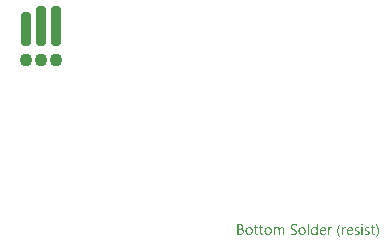
<source format=gbs>
G04*
G04 #@! TF.GenerationSoftware,Altium Limited,Altium Designer,22.5.1 (42)*
G04*
G04 Layer_Color=16711935*
%FSAX44Y44*%
%MOMM*%
G71*
G04*
G04 #@! TF.SameCoordinates,B81DB4F6-0142-443B-9DEE-0E86D502A1E8*
G04*
G04*
G04 #@! TF.FilePolarity,Negative*
G04*
G01*
G75*
%ADD12C,1.1000*%
%ADD13C,0.1500*%
G04:AMPARAMS|DCode=15|XSize=0.9mm|YSize=3.4mm|CornerRadius=0.351mm|HoleSize=0mm|Usage=FLASHONLY|Rotation=0.000|XOffset=0mm|YOffset=0mm|HoleType=Round|Shape=RoundedRectangle|*
%AMROUNDEDRECTD15*
21,1,0.9000,2.6980,0,0,0.0*
21,1,0.1980,3.4000,0,0,0.0*
1,1,0.7020,0.0990,-1.3490*
1,1,0.7020,-0.0990,-1.3490*
1,1,0.7020,-0.0990,1.3490*
1,1,0.7020,0.0990,1.3490*
%
%ADD15ROUNDEDRECTD15*%
G04:AMPARAMS|DCode=16|XSize=0.9mm|YSize=2.9mm|CornerRadius=0.351mm|HoleSize=0mm|Usage=FLASHONLY|Rotation=0.000|XOffset=0mm|YOffset=0mm|HoleType=Round|Shape=RoundedRectangle|*
%AMROUNDEDRECTD16*
21,1,0.9000,2.1980,0,0,0.0*
21,1,0.1980,2.9000,0,0,0.0*
1,1,0.7020,0.0990,-1.0990*
1,1,0.7020,-0.0990,-1.0990*
1,1,0.7020,-0.0990,1.0990*
1,1,0.7020,0.0990,1.0990*
%
%ADD16ROUNDEDRECTD16*%
G36*
X00271611Y-00051417D02*
X00271681Y-00051432D01*
X00271752Y-00051456D01*
X00271831Y-00051495D01*
X00271909Y-00051542D01*
X00271987Y-00051605D01*
X00271995Y-00051613D01*
X00272019Y-00051637D01*
X00272050Y-00051676D01*
X00272090Y-00051731D01*
X00272121Y-00051801D01*
X00272152Y-00051880D01*
X00272176Y-00051974D01*
X00272184Y-00052076D01*
Y-00052092D01*
Y-00052123D01*
X00272176Y-00052170D01*
X00272160Y-00052241D01*
X00272137Y-00052312D01*
X00272097Y-00052390D01*
X00272050Y-00052468D01*
X00271987Y-00052547D01*
X00271980Y-00052555D01*
X00271956Y-00052578D01*
X00271909Y-00052610D01*
X00271854Y-00052641D01*
X00271783Y-00052673D01*
X00271705Y-00052704D01*
X00271619Y-00052727D01*
X00271517Y-00052735D01*
X00271469D01*
X00271422Y-00052727D01*
X00271352Y-00052712D01*
X00271281Y-00052688D01*
X00271203Y-00052657D01*
X00271124Y-00052618D01*
X00271046Y-00052555D01*
X00271038Y-00052547D01*
X00271014Y-00052523D01*
X00270983Y-00052476D01*
X00270951Y-00052421D01*
X00270920Y-00052358D01*
X00270889Y-00052272D01*
X00270865Y-00052178D01*
X00270857Y-00052076D01*
Y-00052060D01*
Y-00052029D01*
X00270865Y-00051974D01*
X00270881Y-00051911D01*
X00270904Y-00051833D01*
X00270936Y-00051754D01*
X00270983Y-00051676D01*
X00271046Y-00051605D01*
X00271054Y-00051597D01*
X00271077Y-00051574D01*
X00271124Y-00051542D01*
X00271179Y-00051503D01*
X00271250Y-00051472D01*
X00271328Y-00051440D01*
X00271415Y-00051417D01*
X00271517Y-00051409D01*
X00271564D01*
X00271611Y-00051417D01*
D02*
G37*
G36*
X00214261Y-00051660D02*
X00214371D01*
X00214496Y-00051668D01*
X00214638Y-00051676D01*
X00214787Y-00051691D01*
X00215101Y-00051731D01*
X00215415Y-00051786D01*
X00215572Y-00051825D01*
X00215713Y-00051864D01*
X00215854Y-00051919D01*
X00215972Y-00051974D01*
Y-00053151D01*
X00215964Y-00053143D01*
X00215933Y-00053128D01*
X00215893Y-00053104D01*
X00215831Y-00053065D01*
X00215752Y-00053026D01*
X00215658Y-00052979D01*
X00215548Y-00052924D01*
X00215423Y-00052877D01*
X00215281Y-00052822D01*
X00215124Y-00052775D01*
X00214960Y-00052727D01*
X00214779Y-00052688D01*
X00214591Y-00052649D01*
X00214387Y-00052625D01*
X00214167Y-00052610D01*
X00213939Y-00052602D01*
X00213814D01*
X00213727Y-00052610D01*
X00213625Y-00052618D01*
X00213507Y-00052633D01*
X00213382Y-00052649D01*
X00213256Y-00052673D01*
X00213241D01*
X00213202Y-00052688D01*
X00213139Y-00052704D01*
X00213052Y-00052727D01*
X00212958Y-00052759D01*
X00212856Y-00052798D01*
X00212746Y-00052853D01*
X00212644Y-00052908D01*
X00212636Y-00052916D01*
X00212597Y-00052939D01*
X00212550Y-00052971D01*
X00212487Y-00053018D01*
X00212424Y-00053081D01*
X00212346Y-00053151D01*
X00212275Y-00053230D01*
X00212213Y-00053324D01*
X00212205Y-00053332D01*
X00212189Y-00053371D01*
X00212158Y-00053426D01*
X00212134Y-00053497D01*
X00212103Y-00053583D01*
X00212071Y-00053693D01*
X00212056Y-00053811D01*
X00212048Y-00053944D01*
Y-00053960D01*
Y-00053999D01*
X00212056Y-00054069D01*
X00212063Y-00054148D01*
X00212079Y-00054242D01*
X00212103Y-00054344D01*
X00212134Y-00054446D01*
X00212173Y-00054541D01*
X00212181Y-00054548D01*
X00212197Y-00054580D01*
X00212228Y-00054627D01*
X00212267Y-00054690D01*
X00212322Y-00054760D01*
X00212385Y-00054839D01*
X00212464Y-00054917D01*
X00212550Y-00054996D01*
X00212558Y-00055003D01*
X00212597Y-00055027D01*
X00212652Y-00055074D01*
X00212723Y-00055121D01*
X00212809Y-00055184D01*
X00212911Y-00055247D01*
X00213029Y-00055325D01*
X00213154Y-00055396D01*
X00213162D01*
X00213170Y-00055404D01*
X00213217Y-00055427D01*
X00213296Y-00055467D01*
X00213390Y-00055521D01*
X00213515Y-00055577D01*
X00213657Y-00055647D01*
X00213814Y-00055726D01*
X00213979Y-00055812D01*
X00213986D01*
X00214002Y-00055820D01*
X00214026Y-00055835D01*
X00214057Y-00055851D01*
X00214104Y-00055875D01*
X00214151Y-00055898D01*
X00214269Y-00055961D01*
X00214410Y-00056040D01*
X00214567Y-00056126D01*
X00214724Y-00056212D01*
X00214889Y-00056314D01*
X00214897D01*
X00214905Y-00056322D01*
X00214928Y-00056338D01*
X00214960Y-00056361D01*
X00215046Y-00056416D01*
X00215148Y-00056487D01*
X00215266Y-00056573D01*
X00215391Y-00056667D01*
X00215517Y-00056777D01*
X00215642Y-00056895D01*
X00215658Y-00056911D01*
X00215697Y-00056950D01*
X00215752Y-00057013D01*
X00215831Y-00057099D01*
X00215909Y-00057201D01*
X00215996Y-00057319D01*
X00216074Y-00057452D01*
X00216152Y-00057594D01*
Y-00057601D01*
X00216160Y-00057609D01*
X00216168Y-00057633D01*
X00216184Y-00057664D01*
X00216215Y-00057743D01*
X00216255Y-00057845D01*
X00216286Y-00057978D01*
X00216317Y-00058127D01*
X00216341Y-00058292D01*
X00216349Y-00058473D01*
Y-00058481D01*
Y-00058504D01*
Y-00058535D01*
Y-00058583D01*
X00216341Y-00058637D01*
X00216333Y-00058708D01*
X00216325Y-00058779D01*
X00216317Y-00058857D01*
X00216286Y-00059038D01*
X00216239Y-00059226D01*
X00216176Y-00059414D01*
X00216090Y-00059595D01*
Y-00059603D01*
X00216082Y-00059619D01*
X00216066Y-00059642D01*
X00216043Y-00059673D01*
X00215988Y-00059752D01*
X00215909Y-00059862D01*
X00215807Y-00059980D01*
X00215690Y-00060105D01*
X00215548Y-00060223D01*
X00215391Y-00060341D01*
X00215383D01*
X00215368Y-00060356D01*
X00215344Y-00060364D01*
X00215313Y-00060388D01*
X00215273Y-00060411D01*
X00215219Y-00060435D01*
X00215101Y-00060497D01*
X00214952Y-00060560D01*
X00214779Y-00060631D01*
X00214591Y-00060694D01*
X00214379Y-00060749D01*
X00214371D01*
X00214355Y-00060757D01*
X00214324D01*
X00214277Y-00060764D01*
X00214230Y-00060780D01*
X00214167Y-00060788D01*
X00214096Y-00060796D01*
X00214010Y-00060812D01*
X00213829Y-00060835D01*
X00213625Y-00060851D01*
X00213405Y-00060866D01*
X00213170Y-00060874D01*
X00213084D01*
X00213029Y-00060866D01*
X00212950D01*
X00212856Y-00060859D01*
X00212754Y-00060851D01*
X00212644Y-00060835D01*
X00212628D01*
X00212589Y-00060827D01*
X00212526Y-00060819D01*
X00212448Y-00060812D01*
X00212354Y-00060796D01*
X00212244Y-00060780D01*
X00212134Y-00060764D01*
X00212008Y-00060741D01*
X00211993D01*
X00211954Y-00060733D01*
X00211891Y-00060717D01*
X00211812Y-00060694D01*
X00211718Y-00060678D01*
X00211616Y-00060647D01*
X00211396Y-00060584D01*
X00211381Y-00060576D01*
X00211349Y-00060568D01*
X00211294Y-00060545D01*
X00211231Y-00060521D01*
X00211161Y-00060490D01*
X00211082Y-00060451D01*
X00211004Y-00060411D01*
X00210933Y-00060364D01*
Y-00059132D01*
X00210941Y-00059140D01*
X00210972Y-00059163D01*
X00211019Y-00059202D01*
X00211075Y-00059242D01*
X00211153Y-00059297D01*
X00211239Y-00059352D01*
X00211334Y-00059414D01*
X00211443Y-00059469D01*
X00211459Y-00059477D01*
X00211498Y-00059493D01*
X00211553Y-00059524D01*
X00211632Y-00059556D01*
X00211726Y-00059595D01*
X00211828Y-00059642D01*
X00211946Y-00059689D01*
X00212063Y-00059728D01*
X00212079Y-00059736D01*
X00212118Y-00059744D01*
X00212189Y-00059760D01*
X00212267Y-00059783D01*
X00212369Y-00059815D01*
X00212479Y-00059838D01*
X00212723Y-00059885D01*
X00212738D01*
X00212778Y-00059893D01*
X00212840Y-00059901D01*
X00212927Y-00059909D01*
X00213021Y-00059925D01*
X00213123Y-00059932D01*
X00213335Y-00059940D01*
X00213429D01*
X00213492Y-00059932D01*
X00213570D01*
X00213664Y-00059925D01*
X00213767Y-00059909D01*
X00213876Y-00059893D01*
X00214112Y-00059854D01*
X00214347Y-00059791D01*
X00214575Y-00059705D01*
X00214677Y-00059650D01*
X00214771Y-00059587D01*
X00214779Y-00059579D01*
X00214795Y-00059571D01*
X00214818Y-00059548D01*
X00214850Y-00059517D01*
X00214881Y-00059485D01*
X00214920Y-00059438D01*
X00214967Y-00059383D01*
X00215014Y-00059320D01*
X00215054Y-00059250D01*
X00215101Y-00059179D01*
X00215179Y-00058998D01*
X00215203Y-00058896D01*
X00215226Y-00058787D01*
X00215242Y-00058677D01*
X00215250Y-00058551D01*
Y-00058543D01*
Y-00058535D01*
Y-00058488D01*
X00215242Y-00058425D01*
X00215234Y-00058339D01*
X00215211Y-00058237D01*
X00215187Y-00058135D01*
X00215148Y-00058025D01*
X00215093Y-00057923D01*
X00215085Y-00057908D01*
X00215062Y-00057876D01*
X00215030Y-00057829D01*
X00214983Y-00057758D01*
X00214920Y-00057688D01*
X00214842Y-00057601D01*
X00214755Y-00057523D01*
X00214653Y-00057437D01*
X00214638Y-00057429D01*
X00214606Y-00057397D01*
X00214544Y-00057350D01*
X00214465Y-00057295D01*
X00214363Y-00057232D01*
X00214253Y-00057162D01*
X00214128Y-00057083D01*
X00213986Y-00057013D01*
X00213979D01*
X00213971Y-00057005D01*
X00213947Y-00056989D01*
X00213923Y-00056974D01*
X00213845Y-00056934D01*
X00213743Y-00056879D01*
X00213617Y-00056817D01*
X00213476Y-00056746D01*
X00213327Y-00056667D01*
X00213162Y-00056581D01*
X00213154D01*
X00213139Y-00056573D01*
X00213115Y-00056557D01*
X00213084Y-00056542D01*
X00212997Y-00056495D01*
X00212880Y-00056432D01*
X00212746Y-00056361D01*
X00212597Y-00056283D01*
X00212291Y-00056102D01*
X00212283D01*
X00212275Y-00056094D01*
X00212252Y-00056079D01*
X00212220Y-00056063D01*
X00212150Y-00056008D01*
X00212056Y-00055945D01*
X00211946Y-00055867D01*
X00211828Y-00055773D01*
X00211710Y-00055679D01*
X00211593Y-00055569D01*
X00211577Y-00055553D01*
X00211545Y-00055514D01*
X00211490Y-00055459D01*
X00211420Y-00055380D01*
X00211349Y-00055278D01*
X00211271Y-00055168D01*
X00211192Y-00055043D01*
X00211122Y-00054909D01*
Y-00054901D01*
X00211114Y-00054894D01*
X00211106Y-00054870D01*
X00211098Y-00054839D01*
X00211067Y-00054760D01*
X00211035Y-00054658D01*
X00211004Y-00054533D01*
X00210972Y-00054384D01*
X00210957Y-00054219D01*
X00210949Y-00054038D01*
Y-00054030D01*
Y-00054015D01*
Y-00053975D01*
X00210957Y-00053936D01*
Y-00053881D01*
X00210965Y-00053818D01*
X00210980Y-00053677D01*
X00211012Y-00053512D01*
X00211059Y-00053332D01*
X00211129Y-00053151D01*
X00211216Y-00052979D01*
Y-00052971D01*
X00211231Y-00052955D01*
X00211247Y-00052931D01*
X00211263Y-00052900D01*
X00211326Y-00052822D01*
X00211404Y-00052712D01*
X00211506Y-00052594D01*
X00211624Y-00052468D01*
X00211757Y-00052351D01*
X00211914Y-00052233D01*
X00211922D01*
X00211938Y-00052217D01*
X00211961Y-00052202D01*
X00211993Y-00052186D01*
X00212032Y-00052162D01*
X00212079Y-00052131D01*
X00212205Y-00052068D01*
X00212354Y-00051997D01*
X00212519Y-00051927D01*
X00212707Y-00051856D01*
X00212911Y-00051801D01*
X00212919D01*
X00212935Y-00051793D01*
X00212966Y-00051786D01*
X00213005Y-00051778D01*
X00213060Y-00051770D01*
X00213115Y-00051754D01*
X00213186Y-00051739D01*
X00213264Y-00051723D01*
X00213437Y-00051699D01*
X00213625Y-00051676D01*
X00213837Y-00051660D01*
X00214049Y-00051652D01*
X00214175D01*
X00214261Y-00051660D01*
D02*
G37*
G36*
X00233985Y-00060725D02*
X00232964D01*
Y-00059650D01*
X00232941D01*
X00232933Y-00059666D01*
X00232909Y-00059705D01*
X00232862Y-00059760D01*
X00232807Y-00059838D01*
X00232729Y-00059932D01*
X00232642Y-00060034D01*
X00232533Y-00060144D01*
X00232399Y-00060262D01*
X00232258Y-00060380D01*
X00232093Y-00060490D01*
X00231912Y-00060592D01*
X00231716Y-00060686D01*
X00231504Y-00060764D01*
X00231269Y-00060819D01*
X00231018Y-00060859D01*
X00230751Y-00060874D01*
X00230696D01*
X00230633Y-00060866D01*
X00230555Y-00060859D01*
X00230453Y-00060851D01*
X00230335Y-00060827D01*
X00230201Y-00060804D01*
X00230060Y-00060764D01*
X00229911Y-00060725D01*
X00229754Y-00060662D01*
X00229597Y-00060600D01*
X00229432Y-00060513D01*
X00229275Y-00060419D01*
X00229118Y-00060301D01*
X00228969Y-00060168D01*
X00228828Y-00060019D01*
X00228820Y-00060011D01*
X00228797Y-00059980D01*
X00228765Y-00059932D01*
X00228718Y-00059862D01*
X00228663Y-00059776D01*
X00228600Y-00059673D01*
X00228538Y-00059548D01*
X00228475Y-00059407D01*
X00228404Y-00059250D01*
X00228341Y-00059077D01*
X00228279Y-00058881D01*
X00228224Y-00058677D01*
X00228177Y-00058457D01*
X00228145Y-00058214D01*
X00228122Y-00057962D01*
X00228114Y-00057696D01*
Y-00057688D01*
Y-00057680D01*
Y-00057656D01*
Y-00057625D01*
X00228122Y-00057547D01*
X00228130Y-00057437D01*
X00228137Y-00057295D01*
X00228153Y-00057146D01*
X00228177Y-00056974D01*
X00228216Y-00056785D01*
X00228255Y-00056589D01*
X00228310Y-00056377D01*
X00228373Y-00056173D01*
X00228451Y-00055953D01*
X00228538Y-00055749D01*
X00228647Y-00055545D01*
X00228765Y-00055349D01*
X00228906Y-00055160D01*
X00228914Y-00055153D01*
X00228946Y-00055121D01*
X00228993Y-00055074D01*
X00229056Y-00055011D01*
X00229134Y-00054941D01*
X00229228Y-00054854D01*
X00229346Y-00054768D01*
X00229472Y-00054682D01*
X00229621Y-00054595D01*
X00229778Y-00054509D01*
X00229950Y-00054423D01*
X00230139Y-00054352D01*
X00230343Y-00054289D01*
X00230563Y-00054242D01*
X00230790Y-00054211D01*
X00231033Y-00054203D01*
X00231088D01*
X00231159Y-00054211D01*
X00231245Y-00054219D01*
X00231355Y-00054234D01*
X00231481Y-00054258D01*
X00231614Y-00054289D01*
X00231763Y-00054328D01*
X00231920Y-00054384D01*
X00232077Y-00054454D01*
X00232234Y-00054541D01*
X00232391Y-00054643D01*
X00232540Y-00054760D01*
X00232689Y-00054894D01*
X00232823Y-00055058D01*
X00232941Y-00055239D01*
X00232964D01*
Y-00051291D01*
X00233985D01*
Y-00060725D01*
D02*
G37*
G36*
X00276281Y-00054211D02*
X00276351D01*
X00276438Y-00054219D01*
X00276532Y-00054226D01*
X00276634Y-00054242D01*
X00276869Y-00054274D01*
X00277113Y-00054328D01*
X00277372Y-00054399D01*
X00277623Y-00054493D01*
Y-00055529D01*
X00277615Y-00055521D01*
X00277591Y-00055506D01*
X00277552Y-00055490D01*
X00277497Y-00055459D01*
X00277434Y-00055420D01*
X00277356Y-00055380D01*
X00277262Y-00055341D01*
X00277160Y-00055294D01*
X00277042Y-00055255D01*
X00276924Y-00055215D01*
X00276791Y-00055176D01*
X00276649Y-00055137D01*
X00276493Y-00055106D01*
X00276336Y-00055090D01*
X00276179Y-00055074D01*
X00276006Y-00055066D01*
X00275904D01*
X00275833Y-00055074D01*
X00275755Y-00055082D01*
X00275669Y-00055098D01*
X00275488Y-00055137D01*
X00275480D01*
X00275449Y-00055145D01*
X00275410Y-00055160D01*
X00275354Y-00055184D01*
X00275229Y-00055239D01*
X00275096Y-00055318D01*
X00275088Y-00055325D01*
X00275072Y-00055341D01*
X00275041Y-00055365D01*
X00275001Y-00055396D01*
X00274915Y-00055482D01*
X00274837Y-00055600D01*
Y-00055608D01*
X00274821Y-00055631D01*
X00274813Y-00055663D01*
X00274797Y-00055710D01*
X00274782Y-00055757D01*
X00274766Y-00055820D01*
X00274758Y-00055890D01*
X00274750Y-00055961D01*
Y-00055969D01*
Y-00056000D01*
X00274758Y-00056047D01*
Y-00056110D01*
X00274774Y-00056173D01*
X00274789Y-00056244D01*
X00274805Y-00056314D01*
X00274837Y-00056385D01*
X00274844Y-00056393D01*
X00274852Y-00056416D01*
X00274876Y-00056448D01*
X00274907Y-00056487D01*
X00274946Y-00056526D01*
X00274986Y-00056581D01*
X00275103Y-00056683D01*
X00275111Y-00056691D01*
X00275135Y-00056707D01*
X00275174Y-00056730D01*
X00275221Y-00056762D01*
X00275284Y-00056793D01*
X00275354Y-00056832D01*
X00275441Y-00056879D01*
X00275527Y-00056919D01*
X00275535Y-00056926D01*
X00275574Y-00056934D01*
X00275621Y-00056958D01*
X00275692Y-00056981D01*
X00275778Y-00057021D01*
X00275872Y-00057060D01*
X00275975Y-00057099D01*
X00276092Y-00057146D01*
X00276100D01*
X00276108Y-00057154D01*
X00276131Y-00057162D01*
X00276163Y-00057170D01*
X00276241Y-00057201D01*
X00276343Y-00057248D01*
X00276461Y-00057295D01*
X00276595Y-00057350D01*
X00276728Y-00057413D01*
X00276854Y-00057476D01*
X00276861D01*
X00276869Y-00057484D01*
X00276908Y-00057507D01*
X00276971Y-00057539D01*
X00277050Y-00057586D01*
X00277144Y-00057649D01*
X00277238Y-00057711D01*
X00277332Y-00057790D01*
X00277426Y-00057868D01*
X00277434Y-00057876D01*
X00277466Y-00057908D01*
X00277505Y-00057947D01*
X00277560Y-00058010D01*
X00277615Y-00058080D01*
X00277678Y-00058166D01*
X00277733Y-00058261D01*
X00277788Y-00058363D01*
X00277795Y-00058378D01*
X00277811Y-00058410D01*
X00277827Y-00058473D01*
X00277850Y-00058551D01*
X00277874Y-00058645D01*
X00277897Y-00058755D01*
X00277905Y-00058881D01*
X00277913Y-00059022D01*
Y-00059030D01*
Y-00059046D01*
Y-00059069D01*
Y-00059100D01*
X00277905Y-00059187D01*
X00277890Y-00059305D01*
X00277858Y-00059430D01*
X00277827Y-00059571D01*
X00277772Y-00059713D01*
X00277701Y-00059846D01*
X00277693Y-00059862D01*
X00277662Y-00059901D01*
X00277615Y-00059964D01*
X00277552Y-00060050D01*
X00277474Y-00060136D01*
X00277379Y-00060238D01*
X00277270Y-00060333D01*
X00277144Y-00060427D01*
X00277128Y-00060435D01*
X00277081Y-00060466D01*
X00277011Y-00060505D01*
X00276916Y-00060553D01*
X00276799Y-00060607D01*
X00276657Y-00060662D01*
X00276508Y-00060717D01*
X00276343Y-00060764D01*
X00276336D01*
X00276320Y-00060772D01*
X00276296D01*
X00276265Y-00060780D01*
X00276226Y-00060788D01*
X00276179Y-00060796D01*
X00276061Y-00060819D01*
X00275912Y-00060843D01*
X00275755Y-00060859D01*
X00275582Y-00060866D01*
X00275394Y-00060874D01*
X00275300D01*
X00275229Y-00060866D01*
X00275143D01*
X00275048Y-00060851D01*
X00274931Y-00060843D01*
X00274813Y-00060827D01*
X00274680Y-00060804D01*
X00274546Y-00060780D01*
X00274264Y-00060717D01*
X00273973Y-00060623D01*
X00273832Y-00060560D01*
X00273691Y-00060497D01*
Y-00059407D01*
X00273699Y-00059414D01*
X00273730Y-00059430D01*
X00273777Y-00059461D01*
X00273840Y-00059501D01*
X00273918Y-00059548D01*
X00274005Y-00059603D01*
X00274114Y-00059658D01*
X00274232Y-00059713D01*
X00274366Y-00059768D01*
X00274507Y-00059823D01*
X00274656Y-00059878D01*
X00274813Y-00059925D01*
X00274986Y-00059964D01*
X00275158Y-00059995D01*
X00275339Y-00060011D01*
X00275527Y-00060019D01*
X00275582D01*
X00275653Y-00060011D01*
X00275739Y-00060003D01*
X00275841Y-00059987D01*
X00275951Y-00059972D01*
X00276077Y-00059940D01*
X00276202Y-00059909D01*
X00276320Y-00059862D01*
X00276446Y-00059799D01*
X00276555Y-00059728D01*
X00276657Y-00059642D01*
X00276744Y-00059540D01*
X00276814Y-00059422D01*
X00276854Y-00059281D01*
X00276869Y-00059202D01*
Y-00059124D01*
Y-00059116D01*
Y-00059077D01*
X00276861Y-00059030D01*
X00276854Y-00058975D01*
X00276838Y-00058904D01*
X00276822Y-00058834D01*
X00276791Y-00058763D01*
X00276752Y-00058692D01*
X00276744Y-00058685D01*
X00276728Y-00058661D01*
X00276705Y-00058630D01*
X00276673Y-00058583D01*
X00276626Y-00058535D01*
X00276579Y-00058481D01*
X00276516Y-00058433D01*
X00276446Y-00058378D01*
X00276438Y-00058371D01*
X00276414Y-00058355D01*
X00276367Y-00058331D01*
X00276312Y-00058292D01*
X00276249Y-00058253D01*
X00276171Y-00058214D01*
X00276077Y-00058174D01*
X00275982Y-00058135D01*
X00275967Y-00058127D01*
X00275935Y-00058119D01*
X00275880Y-00058096D01*
X00275810Y-00058064D01*
X00275731Y-00058025D01*
X00275629Y-00057986D01*
X00275527Y-00057947D01*
X00275417Y-00057900D01*
X00275410D01*
X00275402Y-00057892D01*
X00275378Y-00057884D01*
X00275347Y-00057868D01*
X00275268Y-00057837D01*
X00275166Y-00057798D01*
X00275048Y-00057743D01*
X00274923Y-00057688D01*
X00274797Y-00057625D01*
X00274672Y-00057562D01*
X00274656Y-00057554D01*
X00274617Y-00057531D01*
X00274562Y-00057499D01*
X00274483Y-00057452D01*
X00274397Y-00057389D01*
X00274311Y-00057327D01*
X00274216Y-00057256D01*
X00274130Y-00057178D01*
X00274122Y-00057170D01*
X00274099Y-00057138D01*
X00274060Y-00057099D01*
X00274012Y-00057036D01*
X00273958Y-00056966D01*
X00273902Y-00056879D01*
X00273855Y-00056793D01*
X00273808Y-00056691D01*
X00273801Y-00056675D01*
X00273793Y-00056644D01*
X00273777Y-00056581D01*
X00273761Y-00056511D01*
X00273738Y-00056416D01*
X00273722Y-00056306D01*
X00273714Y-00056181D01*
X00273706Y-00056047D01*
Y-00056040D01*
Y-00056024D01*
Y-00056000D01*
Y-00055969D01*
X00273714Y-00055890D01*
X00273730Y-00055781D01*
X00273753Y-00055655D01*
X00273793Y-00055521D01*
X00273840Y-00055388D01*
X00273910Y-00055255D01*
Y-00055247D01*
X00273918Y-00055239D01*
X00273950Y-00055200D01*
X00273997Y-00055137D01*
X00274052Y-00055051D01*
X00274130Y-00054964D01*
X00274224Y-00054870D01*
X00274334Y-00054768D01*
X00274452Y-00054682D01*
X00274460D01*
X00274468Y-00054674D01*
X00274515Y-00054643D01*
X00274585Y-00054603D01*
X00274680Y-00054548D01*
X00274797Y-00054493D01*
X00274931Y-00054431D01*
X00275080Y-00054376D01*
X00275237Y-00054328D01*
X00275245D01*
X00275260Y-00054321D01*
X00275284Y-00054313D01*
X00275315Y-00054305D01*
X00275354Y-00054297D01*
X00275402Y-00054289D01*
X00275511Y-00054266D01*
X00275653Y-00054242D01*
X00275802Y-00054219D01*
X00275967Y-00054211D01*
X00276139Y-00054203D01*
X00276218D01*
X00276281Y-00054211D01*
D02*
G37*
G36*
X00267789D02*
X00267859D01*
X00267945Y-00054219D01*
X00268040Y-00054226D01*
X00268142Y-00054242D01*
X00268377Y-00054274D01*
X00268620Y-00054328D01*
X00268879Y-00054399D01*
X00269131Y-00054493D01*
Y-00055529D01*
X00269123Y-00055521D01*
X00269099Y-00055506D01*
X00269060Y-00055490D01*
X00269005Y-00055459D01*
X00268942Y-00055420D01*
X00268864Y-00055380D01*
X00268769Y-00055341D01*
X00268668Y-00055294D01*
X00268550Y-00055255D01*
X00268432Y-00055215D01*
X00268299Y-00055176D01*
X00268157Y-00055137D01*
X00268000Y-00055106D01*
X00267843Y-00055090D01*
X00267686Y-00055074D01*
X00267514Y-00055066D01*
X00267412D01*
X00267341Y-00055074D01*
X00267263Y-00055082D01*
X00267176Y-00055098D01*
X00266996Y-00055137D01*
X00266988D01*
X00266957Y-00055145D01*
X00266917Y-00055160D01*
X00266862Y-00055184D01*
X00266737Y-00055239D01*
X00266603Y-00055318D01*
X00266595Y-00055325D01*
X00266580Y-00055341D01*
X00266548Y-00055365D01*
X00266509Y-00055396D01*
X00266423Y-00055482D01*
X00266344Y-00055600D01*
Y-00055608D01*
X00266329Y-00055631D01*
X00266321Y-00055663D01*
X00266305Y-00055710D01*
X00266289Y-00055757D01*
X00266274Y-00055820D01*
X00266266Y-00055890D01*
X00266258Y-00055961D01*
Y-00055969D01*
Y-00056000D01*
X00266266Y-00056047D01*
Y-00056110D01*
X00266282Y-00056173D01*
X00266297Y-00056244D01*
X00266313Y-00056314D01*
X00266344Y-00056385D01*
X00266352Y-00056393D01*
X00266360Y-00056416D01*
X00266384Y-00056448D01*
X00266415Y-00056487D01*
X00266454Y-00056526D01*
X00266493Y-00056581D01*
X00266611Y-00056683D01*
X00266619Y-00056691D01*
X00266643Y-00056707D01*
X00266682Y-00056730D01*
X00266729Y-00056762D01*
X00266792Y-00056793D01*
X00266862Y-00056832D01*
X00266949Y-00056879D01*
X00267035Y-00056919D01*
X00267043Y-00056926D01*
X00267082Y-00056934D01*
X00267129Y-00056958D01*
X00267200Y-00056981D01*
X00267286Y-00057021D01*
X00267380Y-00057060D01*
X00267482Y-00057099D01*
X00267600Y-00057146D01*
X00267608D01*
X00267616Y-00057154D01*
X00267639Y-00057162D01*
X00267671Y-00057170D01*
X00267749Y-00057201D01*
X00267851Y-00057248D01*
X00267969Y-00057295D01*
X00268102Y-00057350D01*
X00268236Y-00057413D01*
X00268361Y-00057476D01*
X00268369D01*
X00268377Y-00057484D01*
X00268416Y-00057507D01*
X00268479Y-00057539D01*
X00268558Y-00057586D01*
X00268652Y-00057649D01*
X00268746Y-00057711D01*
X00268840Y-00057790D01*
X00268934Y-00057868D01*
X00268942Y-00057876D01*
X00268974Y-00057908D01*
X00269013Y-00057947D01*
X00269068Y-00058010D01*
X00269123Y-00058080D01*
X00269186Y-00058166D01*
X00269240Y-00058261D01*
X00269295Y-00058363D01*
X00269303Y-00058378D01*
X00269319Y-00058410D01*
X00269335Y-00058473D01*
X00269358Y-00058551D01*
X00269382Y-00058645D01*
X00269405Y-00058755D01*
X00269413Y-00058881D01*
X00269421Y-00059022D01*
Y-00059030D01*
Y-00059046D01*
Y-00059069D01*
Y-00059100D01*
X00269413Y-00059187D01*
X00269397Y-00059305D01*
X00269366Y-00059430D01*
X00269335Y-00059571D01*
X00269280Y-00059713D01*
X00269209Y-00059846D01*
X00269201Y-00059862D01*
X00269170Y-00059901D01*
X00269123Y-00059964D01*
X00269060Y-00060050D01*
X00268981Y-00060136D01*
X00268887Y-00060238D01*
X00268777Y-00060333D01*
X00268652Y-00060427D01*
X00268636Y-00060435D01*
X00268589Y-00060466D01*
X00268518Y-00060505D01*
X00268424Y-00060553D01*
X00268307Y-00060607D01*
X00268165Y-00060662D01*
X00268016Y-00060717D01*
X00267851Y-00060764D01*
X00267843D01*
X00267828Y-00060772D01*
X00267804D01*
X00267773Y-00060780D01*
X00267733Y-00060788D01*
X00267686Y-00060796D01*
X00267569Y-00060819D01*
X00267420Y-00060843D01*
X00267263Y-00060859D01*
X00267090Y-00060866D01*
X00266902Y-00060874D01*
X00266807D01*
X00266737Y-00060866D01*
X00266650D01*
X00266556Y-00060851D01*
X00266439Y-00060843D01*
X00266321Y-00060827D01*
X00266187Y-00060804D01*
X00266054Y-00060780D01*
X00265771Y-00060717D01*
X00265481Y-00060623D01*
X00265340Y-00060560D01*
X00265198Y-00060497D01*
Y-00059407D01*
X00265206Y-00059414D01*
X00265238Y-00059430D01*
X00265285Y-00059461D01*
X00265348Y-00059501D01*
X00265426Y-00059548D01*
X00265512Y-00059603D01*
X00265622Y-00059658D01*
X00265740Y-00059713D01*
X00265873Y-00059768D01*
X00266015Y-00059823D01*
X00266164Y-00059878D01*
X00266321Y-00059925D01*
X00266493Y-00059964D01*
X00266666Y-00059995D01*
X00266847Y-00060011D01*
X00267035Y-00060019D01*
X00267090D01*
X00267161Y-00060011D01*
X00267247Y-00060003D01*
X00267349Y-00059987D01*
X00267459Y-00059972D01*
X00267584Y-00059940D01*
X00267710Y-00059909D01*
X00267828Y-00059862D01*
X00267953Y-00059799D01*
X00268063Y-00059728D01*
X00268165Y-00059642D01*
X00268251Y-00059540D01*
X00268322Y-00059422D01*
X00268361Y-00059281D01*
X00268377Y-00059202D01*
Y-00059124D01*
Y-00059116D01*
Y-00059077D01*
X00268369Y-00059030D01*
X00268361Y-00058975D01*
X00268346Y-00058904D01*
X00268330Y-00058834D01*
X00268299Y-00058763D01*
X00268259Y-00058692D01*
X00268251Y-00058685D01*
X00268236Y-00058661D01*
X00268212Y-00058630D01*
X00268181Y-00058583D01*
X00268134Y-00058535D01*
X00268087Y-00058481D01*
X00268024Y-00058433D01*
X00267953Y-00058378D01*
X00267945Y-00058371D01*
X00267922Y-00058355D01*
X00267875Y-00058331D01*
X00267820Y-00058292D01*
X00267757Y-00058253D01*
X00267679Y-00058214D01*
X00267584Y-00058174D01*
X00267490Y-00058135D01*
X00267474Y-00058127D01*
X00267443Y-00058119D01*
X00267388Y-00058096D01*
X00267318Y-00058064D01*
X00267239Y-00058025D01*
X00267137Y-00057986D01*
X00267035Y-00057947D01*
X00266925Y-00057900D01*
X00266917D01*
X00266909Y-00057892D01*
X00266886Y-00057884D01*
X00266854Y-00057868D01*
X00266776Y-00057837D01*
X00266674Y-00057798D01*
X00266556Y-00057743D01*
X00266431Y-00057688D01*
X00266305Y-00057625D01*
X00266180Y-00057562D01*
X00266164Y-00057554D01*
X00266125Y-00057531D01*
X00266070Y-00057499D01*
X00265991Y-00057452D01*
X00265905Y-00057389D01*
X00265819Y-00057327D01*
X00265724Y-00057256D01*
X00265638Y-00057178D01*
X00265630Y-00057170D01*
X00265607Y-00057138D01*
X00265567Y-00057099D01*
X00265520Y-00057036D01*
X00265465Y-00056966D01*
X00265410Y-00056879D01*
X00265363Y-00056793D01*
X00265316Y-00056691D01*
X00265308Y-00056675D01*
X00265301Y-00056644D01*
X00265285Y-00056581D01*
X00265269Y-00056511D01*
X00265245Y-00056416D01*
X00265230Y-00056306D01*
X00265222Y-00056181D01*
X00265214Y-00056047D01*
Y-00056040D01*
Y-00056024D01*
Y-00056000D01*
Y-00055969D01*
X00265222Y-00055890D01*
X00265238Y-00055781D01*
X00265261Y-00055655D01*
X00265301Y-00055521D01*
X00265348Y-00055388D01*
X00265418Y-00055255D01*
Y-00055247D01*
X00265426Y-00055239D01*
X00265457Y-00055200D01*
X00265504Y-00055137D01*
X00265560Y-00055051D01*
X00265638Y-00054964D01*
X00265732Y-00054870D01*
X00265842Y-00054768D01*
X00265960Y-00054682D01*
X00265968D01*
X00265975Y-00054674D01*
X00266022Y-00054643D01*
X00266093Y-00054603D01*
X00266187Y-00054548D01*
X00266305Y-00054493D01*
X00266439Y-00054431D01*
X00266588Y-00054376D01*
X00266745Y-00054328D01*
X00266752D01*
X00266768Y-00054321D01*
X00266792Y-00054313D01*
X00266823Y-00054305D01*
X00266862Y-00054297D01*
X00266909Y-00054289D01*
X00267019Y-00054266D01*
X00267161Y-00054242D01*
X00267310Y-00054219D01*
X00267474Y-00054211D01*
X00267647Y-00054203D01*
X00267726D01*
X00267789Y-00054211D01*
D02*
G37*
G36*
X00203783D02*
X00203830D01*
X00203885Y-00054219D01*
X00204019Y-00054242D01*
X00204176Y-00054282D01*
X00204356Y-00054336D01*
X00204544Y-00054423D01*
X00204741Y-00054525D01*
X00204843Y-00054595D01*
X00204937Y-00054666D01*
X00205031Y-00054745D01*
X00205125Y-00054839D01*
X00205219Y-00054941D01*
X00205306Y-00055051D01*
X00205384Y-00055168D01*
X00205463Y-00055302D01*
X00205533Y-00055443D01*
X00205596Y-00055600D01*
X00205651Y-00055765D01*
X00205706Y-00055945D01*
X00205737Y-00056134D01*
X00205769Y-00056346D01*
X00205784Y-00056565D01*
X00205792Y-00056801D01*
Y-00060725D01*
X00204772D01*
Y-00057068D01*
Y-00057052D01*
Y-00057021D01*
Y-00056966D01*
X00204764Y-00056895D01*
Y-00056809D01*
X00204756Y-00056707D01*
X00204748Y-00056597D01*
X00204733Y-00056479D01*
X00204694Y-00056228D01*
X00204631Y-00055977D01*
X00204599Y-00055851D01*
X00204552Y-00055741D01*
X00204497Y-00055631D01*
X00204442Y-00055537D01*
Y-00055529D01*
X00204427Y-00055514D01*
X00204411Y-00055490D01*
X00204380Y-00055467D01*
X00204348Y-00055427D01*
X00204301Y-00055388D01*
X00204246Y-00055349D01*
X00204183Y-00055302D01*
X00204113Y-00055255D01*
X00204034Y-00055215D01*
X00203940Y-00055176D01*
X00203846Y-00055137D01*
X00203736Y-00055113D01*
X00203610Y-00055090D01*
X00203485Y-00055074D01*
X00203344Y-00055066D01*
X00203281D01*
X00203234Y-00055074D01*
X00203179Y-00055082D01*
X00203116Y-00055098D01*
X00202959Y-00055137D01*
X00202873Y-00055168D01*
X00202786Y-00055215D01*
X00202692Y-00055262D01*
X00202606Y-00055318D01*
X00202512Y-00055388D01*
X00202418Y-00055467D01*
X00202323Y-00055561D01*
X00202237Y-00055663D01*
X00202229Y-00055671D01*
X00202221Y-00055686D01*
X00202198Y-00055726D01*
X00202166Y-00055765D01*
X00202135Y-00055828D01*
X00202096Y-00055898D01*
X00202049Y-00055977D01*
X00202009Y-00056063D01*
X00201970Y-00056165D01*
X00201923Y-00056275D01*
X00201884Y-00056393D01*
X00201852Y-00056518D01*
X00201821Y-00056652D01*
X00201805Y-00056793D01*
X00201790Y-00056934D01*
X00201782Y-00057091D01*
Y-00060725D01*
X00200761D01*
Y-00056942D01*
Y-00056934D01*
Y-00056919D01*
Y-00056895D01*
Y-00056864D01*
X00200754Y-00056817D01*
Y-00056769D01*
X00200738Y-00056652D01*
X00200714Y-00056511D01*
X00200683Y-00056346D01*
X00200644Y-00056181D01*
X00200581Y-00056000D01*
X00200502Y-00055828D01*
X00200408Y-00055663D01*
X00200291Y-00055498D01*
X00200149Y-00055357D01*
X00199984Y-00055239D01*
X00199890Y-00055192D01*
X00199788Y-00055145D01*
X00199678Y-00055113D01*
X00199568Y-00055090D01*
X00199443Y-00055074D01*
X00199309Y-00055066D01*
X00199247D01*
X00199200Y-00055074D01*
X00199137Y-00055082D01*
X00199074Y-00055098D01*
X00198917Y-00055137D01*
X00198831Y-00055168D01*
X00198744Y-00055208D01*
X00198650Y-00055247D01*
X00198556Y-00055302D01*
X00198462Y-00055372D01*
X00198368Y-00055443D01*
X00198281Y-00055529D01*
X00198195Y-00055631D01*
X00198187Y-00055639D01*
X00198179Y-00055655D01*
X00198156Y-00055686D01*
X00198124Y-00055733D01*
X00198093Y-00055788D01*
X00198062Y-00055851D01*
X00198022Y-00055930D01*
X00197983Y-00056024D01*
X00197936Y-00056126D01*
X00197897Y-00056236D01*
X00197865Y-00056354D01*
X00197834Y-00056479D01*
X00197803Y-00056620D01*
X00197779Y-00056769D01*
X00197771Y-00056926D01*
X00197763Y-00057091D01*
Y-00060725D01*
X00196743D01*
Y-00054352D01*
X00197763D01*
Y-00055365D01*
X00197787D01*
X00197795Y-00055349D01*
X00197818Y-00055318D01*
X00197857Y-00055255D01*
X00197912Y-00055184D01*
X00197983Y-00055098D01*
X00198069Y-00054996D01*
X00198171Y-00054894D01*
X00198289Y-00054784D01*
X00198423Y-00054674D01*
X00198572Y-00054572D01*
X00198736Y-00054470D01*
X00198909Y-00054384D01*
X00199105Y-00054313D01*
X00199317Y-00054250D01*
X00199537Y-00054219D01*
X00199772Y-00054203D01*
X00199835D01*
X00199882Y-00054211D01*
X00199937D01*
X00200008Y-00054219D01*
X00200079Y-00054234D01*
X00200157Y-00054250D01*
X00200338Y-00054289D01*
X00200526Y-00054360D01*
X00200714Y-00054446D01*
X00200809Y-00054509D01*
X00200903Y-00054572D01*
X00200910Y-00054580D01*
X00200926Y-00054587D01*
X00200950Y-00054611D01*
X00200981Y-00054635D01*
X00201068Y-00054721D01*
X00201169Y-00054823D01*
X00201279Y-00054964D01*
X00201389Y-00055129D01*
X00201491Y-00055318D01*
X00201570Y-00055529D01*
X00201578Y-00055514D01*
X00201601Y-00055474D01*
X00201648Y-00055404D01*
X00201703Y-00055325D01*
X00201782Y-00055223D01*
X00201868Y-00055106D01*
X00201978Y-00054988D01*
X00202104Y-00054862D01*
X00202245Y-00054745D01*
X00202402Y-00054619D01*
X00202574Y-00054509D01*
X00202763Y-00054407D01*
X00202975Y-00054328D01*
X00203195Y-00054258D01*
X00203438Y-00054219D01*
X00203689Y-00054203D01*
X00203744D01*
X00203783Y-00054211D01*
D02*
G37*
G36*
X00257342Y-00054250D02*
X00257428D01*
X00257523Y-00054266D01*
X00257624Y-00054282D01*
X00257727Y-00054297D01*
X00257813Y-00054328D01*
Y-00055388D01*
X00257797Y-00055380D01*
X00257766Y-00055357D01*
X00257703Y-00055325D01*
X00257617Y-00055286D01*
X00257499Y-00055247D01*
X00257373Y-00055215D01*
X00257216Y-00055192D01*
X00257036Y-00055184D01*
X00256973D01*
X00256926Y-00055192D01*
X00256871Y-00055200D01*
X00256808Y-00055215D01*
X00256659Y-00055262D01*
X00256573Y-00055294D01*
X00256486Y-00055333D01*
X00256392Y-00055388D01*
X00256298Y-00055443D01*
X00256212Y-00055514D01*
X00256118Y-00055600D01*
X00256031Y-00055694D01*
X00255945Y-00055804D01*
X00255937Y-00055812D01*
X00255929Y-00055835D01*
X00255906Y-00055867D01*
X00255874Y-00055914D01*
X00255843Y-00055977D01*
X00255804Y-00056055D01*
X00255764Y-00056142D01*
X00255725Y-00056244D01*
X00255686Y-00056354D01*
X00255647Y-00056479D01*
X00255607Y-00056620D01*
X00255576Y-00056769D01*
X00255545Y-00056934D01*
X00255521Y-00057107D01*
X00255513Y-00057288D01*
X00255505Y-00057484D01*
Y-00060725D01*
X00254485D01*
Y-00054352D01*
X00255505D01*
Y-00055671D01*
X00255529D01*
Y-00055663D01*
X00255537Y-00055639D01*
X00255553Y-00055608D01*
X00255568Y-00055561D01*
X00255592Y-00055506D01*
X00255623Y-00055435D01*
X00255694Y-00055286D01*
X00255788Y-00055113D01*
X00255906Y-00054941D01*
X00256039Y-00054776D01*
X00256196Y-00054619D01*
X00256204Y-00054611D01*
X00256220Y-00054603D01*
X00256243Y-00054587D01*
X00256275Y-00054556D01*
X00256314Y-00054533D01*
X00256369Y-00054501D01*
X00256486Y-00054431D01*
X00256636Y-00054360D01*
X00256808Y-00054297D01*
X00256997Y-00054258D01*
X00257099Y-00054250D01*
X00257201Y-00054242D01*
X00257264D01*
X00257342Y-00054250D01*
D02*
G37*
G36*
X00245569D02*
X00245655D01*
X00245750Y-00054266D01*
X00245852Y-00054282D01*
X00245954Y-00054297D01*
X00246040Y-00054328D01*
Y-00055388D01*
X00246024Y-00055380D01*
X00245993Y-00055357D01*
X00245930Y-00055325D01*
X00245844Y-00055286D01*
X00245726Y-00055247D01*
X00245600Y-00055215D01*
X00245443Y-00055192D01*
X00245263Y-00055184D01*
X00245200D01*
X00245153Y-00055192D01*
X00245098Y-00055200D01*
X00245035Y-00055215D01*
X00244886Y-00055262D01*
X00244800Y-00055294D01*
X00244714Y-00055333D01*
X00244619Y-00055388D01*
X00244525Y-00055443D01*
X00244439Y-00055514D01*
X00244345Y-00055600D01*
X00244258Y-00055694D01*
X00244172Y-00055804D01*
X00244164Y-00055812D01*
X00244156Y-00055835D01*
X00244133Y-00055867D01*
X00244101Y-00055914D01*
X00244070Y-00055977D01*
X00244031Y-00056055D01*
X00243992Y-00056142D01*
X00243952Y-00056244D01*
X00243913Y-00056354D01*
X00243874Y-00056479D01*
X00243834Y-00056620D01*
X00243803Y-00056769D01*
X00243772Y-00056934D01*
X00243748Y-00057107D01*
X00243740Y-00057288D01*
X00243732Y-00057484D01*
Y-00060725D01*
X00242712D01*
Y-00054352D01*
X00243732D01*
Y-00055671D01*
X00243756D01*
Y-00055663D01*
X00243764Y-00055639D01*
X00243780Y-00055608D01*
X00243795Y-00055561D01*
X00243819Y-00055506D01*
X00243850Y-00055435D01*
X00243921Y-00055286D01*
X00244015Y-00055113D01*
X00244133Y-00054941D01*
X00244266Y-00054776D01*
X00244423Y-00054619D01*
X00244431Y-00054611D01*
X00244447Y-00054603D01*
X00244470Y-00054587D01*
X00244502Y-00054556D01*
X00244541Y-00054533D01*
X00244596Y-00054501D01*
X00244714Y-00054431D01*
X00244863Y-00054360D01*
X00245035Y-00054297D01*
X00245224Y-00054258D01*
X00245326Y-00054250D01*
X00245428Y-00054242D01*
X00245491D01*
X00245569Y-00054250D01*
D02*
G37*
G36*
X00272011Y-00060725D02*
X00270991D01*
Y-00054352D01*
X00272011D01*
Y-00060725D01*
D02*
G37*
G36*
X00226481D02*
X00225461D01*
Y-00051291D01*
X00226481D01*
Y-00060725D01*
D02*
G37*
G36*
X00168731Y-00051809D02*
X00168825Y-00051817D01*
X00168935Y-00051833D01*
X00169061Y-00051848D01*
X00169202Y-00051872D01*
X00169343Y-00051903D01*
X00169493Y-00051943D01*
X00169650Y-00051990D01*
X00169799Y-00052045D01*
X00169956Y-00052107D01*
X00170097Y-00052186D01*
X00170238Y-00052272D01*
X00170372Y-00052374D01*
X00170380Y-00052382D01*
X00170403Y-00052398D01*
X00170434Y-00052429D01*
X00170474Y-00052476D01*
X00170529Y-00052531D01*
X00170584Y-00052602D01*
X00170646Y-00052680D01*
X00170709Y-00052767D01*
X00170772Y-00052869D01*
X00170835Y-00052979D01*
X00170890Y-00053104D01*
X00170945Y-00053230D01*
X00170984Y-00053371D01*
X00171015Y-00053520D01*
X00171039Y-00053677D01*
X00171047Y-00053842D01*
Y-00053850D01*
Y-00053873D01*
Y-00053913D01*
X00171039Y-00053967D01*
X00171031Y-00054038D01*
X00171023Y-00054109D01*
X00171015Y-00054195D01*
X00171000Y-00054289D01*
X00170945Y-00054501D01*
X00170874Y-00054721D01*
X00170827Y-00054839D01*
X00170772Y-00054949D01*
X00170709Y-00055058D01*
X00170639Y-00055168D01*
X00170631Y-00055176D01*
X00170623Y-00055192D01*
X00170599Y-00055223D01*
X00170560Y-00055262D01*
X00170521Y-00055302D01*
X00170474Y-00055357D01*
X00170411Y-00055412D01*
X00170348Y-00055474D01*
X00170270Y-00055537D01*
X00170183Y-00055608D01*
X00170089Y-00055671D01*
X00169987Y-00055741D01*
X00169877Y-00055804D01*
X00169767Y-00055859D01*
X00169508Y-00055961D01*
Y-00055985D01*
X00169516D01*
X00169548Y-00055992D01*
X00169595Y-00056000D01*
X00169657Y-00056008D01*
X00169736Y-00056024D01*
X00169822Y-00056047D01*
X00169924Y-00056079D01*
X00170026Y-00056110D01*
X00170254Y-00056196D01*
X00170380Y-00056251D01*
X00170497Y-00056322D01*
X00170615Y-00056393D01*
X00170733Y-00056471D01*
X00170850Y-00056565D01*
X00170952Y-00056667D01*
X00170960Y-00056675D01*
X00170976Y-00056691D01*
X00171000Y-00056722D01*
X00171039Y-00056769D01*
X00171078Y-00056832D01*
X00171125Y-00056895D01*
X00171172Y-00056981D01*
X00171227Y-00057068D01*
X00171274Y-00057170D01*
X00171321Y-00057288D01*
X00171368Y-00057405D01*
X00171408Y-00057539D01*
X00171447Y-00057688D01*
X00171470Y-00057837D01*
X00171486Y-00057994D01*
X00171494Y-00058166D01*
Y-00058182D01*
Y-00058214D01*
X00171486Y-00058276D01*
X00171478Y-00058355D01*
X00171470Y-00058457D01*
X00171447Y-00058567D01*
X00171423Y-00058692D01*
X00171392Y-00058826D01*
X00171345Y-00058975D01*
X00171290Y-00059124D01*
X00171227Y-00059273D01*
X00171149Y-00059430D01*
X00171054Y-00059587D01*
X00170945Y-00059736D01*
X00170819Y-00059878D01*
X00170670Y-00060019D01*
X00170662Y-00060027D01*
X00170631Y-00060050D01*
X00170584Y-00060082D01*
X00170521Y-00060129D01*
X00170442Y-00060184D01*
X00170340Y-00060238D01*
X00170230Y-00060309D01*
X00170105Y-00060372D01*
X00169956Y-00060435D01*
X00169799Y-00060497D01*
X00169634Y-00060560D01*
X00169445Y-00060615D01*
X00169249Y-00060662D01*
X00169045Y-00060694D01*
X00168825Y-00060717D01*
X00168598Y-00060725D01*
X00166000D01*
Y-00051801D01*
X00168645D01*
X00168731Y-00051809D01*
D02*
G37*
G36*
X00280833Y-00054352D02*
X00282442D01*
Y-00055231D01*
X00280833D01*
Y-00058818D01*
Y-00058826D01*
Y-00058849D01*
Y-00058881D01*
Y-00058920D01*
X00280841Y-00058975D01*
X00280849Y-00059038D01*
X00280864Y-00059171D01*
X00280888Y-00059328D01*
X00280927Y-00059477D01*
X00280982Y-00059619D01*
X00281013Y-00059681D01*
X00281053Y-00059736D01*
X00281060Y-00059744D01*
X00281092Y-00059776D01*
X00281147Y-00059823D01*
X00281225Y-00059870D01*
X00281327Y-00059925D01*
X00281453Y-00059964D01*
X00281602Y-00059995D01*
X00281775Y-00060011D01*
X00281838D01*
X00281908Y-00060003D01*
X00282002Y-00059987D01*
X00282104Y-00059956D01*
X00282222Y-00059925D01*
X00282332Y-00059870D01*
X00282442Y-00059799D01*
Y-00060670D01*
X00282434D01*
X00282426Y-00060678D01*
X00282403Y-00060686D01*
X00282379Y-00060702D01*
X00282293Y-00060733D01*
X00282191Y-00060764D01*
X00282049Y-00060796D01*
X00281885Y-00060827D01*
X00281696Y-00060851D01*
X00281484Y-00060859D01*
X00281414D01*
X00281327Y-00060843D01*
X00281225Y-00060827D01*
X00281100Y-00060804D01*
X00280958Y-00060757D01*
X00280801Y-00060702D01*
X00280652Y-00060623D01*
X00280495Y-00060529D01*
X00280338Y-00060403D01*
X00280197Y-00060254D01*
X00280134Y-00060168D01*
X00280072Y-00060074D01*
X00280017Y-00059972D01*
X00279970Y-00059862D01*
X00279922Y-00059744D01*
X00279883Y-00059611D01*
X00279852Y-00059477D01*
X00279828Y-00059328D01*
X00279820Y-00059171D01*
X00279813Y-00058998D01*
Y-00055231D01*
X00278722D01*
Y-00054352D01*
X00279813D01*
Y-00052798D01*
X00280833Y-00052468D01*
Y-00054352D01*
D02*
G37*
G36*
X00186304D02*
X00187913D01*
Y-00055231D01*
X00186304D01*
Y-00058818D01*
Y-00058826D01*
Y-00058849D01*
Y-00058881D01*
Y-00058920D01*
X00186312Y-00058975D01*
X00186320Y-00059038D01*
X00186336Y-00059171D01*
X00186359Y-00059328D01*
X00186399Y-00059477D01*
X00186453Y-00059619D01*
X00186485Y-00059681D01*
X00186524Y-00059736D01*
X00186532Y-00059744D01*
X00186563Y-00059776D01*
X00186618Y-00059823D01*
X00186697Y-00059870D01*
X00186799Y-00059925D01*
X00186924Y-00059964D01*
X00187073Y-00059995D01*
X00187246Y-00060011D01*
X00187309D01*
X00187380Y-00060003D01*
X00187474Y-00059987D01*
X00187576Y-00059956D01*
X00187694Y-00059925D01*
X00187803Y-00059870D01*
X00187913Y-00059799D01*
Y-00060670D01*
X00187905D01*
X00187898Y-00060678D01*
X00187874Y-00060686D01*
X00187850Y-00060702D01*
X00187764Y-00060733D01*
X00187662Y-00060764D01*
X00187521Y-00060796D01*
X00187356Y-00060827D01*
X00187168Y-00060851D01*
X00186956Y-00060859D01*
X00186885D01*
X00186799Y-00060843D01*
X00186697Y-00060827D01*
X00186571Y-00060804D01*
X00186430Y-00060757D01*
X00186273Y-00060702D01*
X00186124Y-00060623D01*
X00185967Y-00060529D01*
X00185810Y-00060403D01*
X00185669Y-00060254D01*
X00185606Y-00060168D01*
X00185543Y-00060074D01*
X00185488Y-00059972D01*
X00185441Y-00059862D01*
X00185394Y-00059744D01*
X00185355Y-00059611D01*
X00185323Y-00059477D01*
X00185300Y-00059328D01*
X00185292Y-00059171D01*
X00185284Y-00058998D01*
Y-00055231D01*
X00184193D01*
Y-00054352D01*
X00185284D01*
Y-00052798D01*
X00186304Y-00052468D01*
Y-00054352D01*
D02*
G37*
G36*
X00181988D02*
X00183596D01*
Y-00055231D01*
X00181988D01*
Y-00058818D01*
Y-00058826D01*
Y-00058849D01*
Y-00058881D01*
Y-00058920D01*
X00181995Y-00058975D01*
X00182003Y-00059038D01*
X00182019Y-00059171D01*
X00182043Y-00059328D01*
X00182082Y-00059477D01*
X00182137Y-00059619D01*
X00182168Y-00059681D01*
X00182207Y-00059736D01*
X00182215Y-00059744D01*
X00182247Y-00059776D01*
X00182302Y-00059823D01*
X00182380Y-00059870D01*
X00182482Y-00059925D01*
X00182608Y-00059964D01*
X00182757Y-00059995D01*
X00182929Y-00060011D01*
X00182992D01*
X00183063Y-00060003D01*
X00183157Y-00059987D01*
X00183259Y-00059956D01*
X00183377Y-00059925D01*
X00183487Y-00059870D01*
X00183596Y-00059799D01*
Y-00060670D01*
X00183589D01*
X00183581Y-00060678D01*
X00183557Y-00060686D01*
X00183534Y-00060702D01*
X00183447Y-00060733D01*
X00183345Y-00060764D01*
X00183204Y-00060796D01*
X00183039Y-00060827D01*
X00182851Y-00060851D01*
X00182639Y-00060859D01*
X00182568D01*
X00182482Y-00060843D01*
X00182380Y-00060827D01*
X00182254Y-00060804D01*
X00182113Y-00060757D01*
X00181956Y-00060702D01*
X00181807Y-00060623D01*
X00181650Y-00060529D01*
X00181493Y-00060403D01*
X00181352Y-00060254D01*
X00181289Y-00060168D01*
X00181226Y-00060074D01*
X00181171Y-00059972D01*
X00181124Y-00059862D01*
X00181077Y-00059744D01*
X00181038Y-00059611D01*
X00181007Y-00059477D01*
X00180983Y-00059328D01*
X00180975Y-00059171D01*
X00180967Y-00058998D01*
Y-00055231D01*
X00179876D01*
Y-00054352D01*
X00180967D01*
Y-00052798D01*
X00181988Y-00052468D01*
Y-00054352D01*
D02*
G37*
G36*
X00261541Y-00054211D02*
X00261627Y-00054219D01*
X00261737Y-00054226D01*
X00261855Y-00054242D01*
X00261988Y-00054274D01*
X00262130Y-00054305D01*
X00262287Y-00054344D01*
X00262444Y-00054399D01*
X00262600Y-00054470D01*
X00262765Y-00054548D01*
X00262922Y-00054643D01*
X00263071Y-00054752D01*
X00263221Y-00054878D01*
X00263354Y-00055019D01*
X00263362Y-00055027D01*
X00263385Y-00055058D01*
X00263417Y-00055106D01*
X00263464Y-00055168D01*
X00263511Y-00055247D01*
X00263574Y-00055349D01*
X00263637Y-00055467D01*
X00263699Y-00055600D01*
X00263762Y-00055757D01*
X00263825Y-00055922D01*
X00263888Y-00056110D01*
X00263935Y-00056306D01*
X00263982Y-00056526D01*
X00264013Y-00056754D01*
X00264037Y-00057005D01*
X00264045Y-00057264D01*
Y-00057798D01*
X00259540D01*
Y-00057813D01*
Y-00057845D01*
X00259547Y-00057900D01*
X00259555Y-00057970D01*
X00259563Y-00058064D01*
X00259579Y-00058166D01*
X00259594Y-00058276D01*
X00259626Y-00058402D01*
X00259697Y-00058669D01*
X00259744Y-00058802D01*
X00259799Y-00058944D01*
X00259861Y-00059077D01*
X00259932Y-00059210D01*
X00260018Y-00059328D01*
X00260112Y-00059446D01*
X00260120Y-00059454D01*
X00260136Y-00059469D01*
X00260168Y-00059501D01*
X00260215Y-00059532D01*
X00260270Y-00059579D01*
X00260340Y-00059626D01*
X00260419Y-00059681D01*
X00260505Y-00059728D01*
X00260607Y-00059783D01*
X00260725Y-00059838D01*
X00260842Y-00059885D01*
X00260984Y-00059932D01*
X00261125Y-00059964D01*
X00261282Y-00059995D01*
X00261447Y-00060011D01*
X00261619Y-00060019D01*
X00261667D01*
X00261721Y-00060011D01*
X00261800D01*
X00261894Y-00059995D01*
X00262004Y-00059980D01*
X00262130Y-00059956D01*
X00262271Y-00059932D01*
X00262420Y-00059893D01*
X00262577Y-00059846D01*
X00262742Y-00059791D01*
X00262907Y-00059721D01*
X00263079Y-00059642D01*
X00263252Y-00059548D01*
X00263425Y-00059438D01*
X00263597Y-00059312D01*
Y-00060270D01*
X00263589Y-00060278D01*
X00263558Y-00060293D01*
X00263511Y-00060325D01*
X00263448Y-00060364D01*
X00263362Y-00060411D01*
X00263260Y-00060458D01*
X00263142Y-00060513D01*
X00263009Y-00060568D01*
X00262852Y-00060631D01*
X00262687Y-00060686D01*
X00262506Y-00060733D01*
X00262310Y-00060780D01*
X00262098Y-00060819D01*
X00261871Y-00060851D01*
X00261627Y-00060866D01*
X00261376Y-00060874D01*
X00261313D01*
X00261251Y-00060866D01*
X00261156Y-00060859D01*
X00261039Y-00060851D01*
X00260905Y-00060827D01*
X00260764Y-00060804D01*
X00260607Y-00060764D01*
X00260442Y-00060717D01*
X00260270Y-00060662D01*
X00260089Y-00060592D01*
X00259916Y-00060513D01*
X00259736Y-00060411D01*
X00259571Y-00060293D01*
X00259406Y-00060160D01*
X00259257Y-00060011D01*
X00259249Y-00060003D01*
X00259226Y-00059972D01*
X00259186Y-00059917D01*
X00259139Y-00059846D01*
X00259076Y-00059760D01*
X00259014Y-00059650D01*
X00258943Y-00059524D01*
X00258873Y-00059375D01*
X00258802Y-00059218D01*
X00258731Y-00059030D01*
X00258668Y-00058834D01*
X00258606Y-00058614D01*
X00258559Y-00058378D01*
X00258519Y-00058127D01*
X00258496Y-00057853D01*
X00258488Y-00057570D01*
Y-00057562D01*
Y-00057554D01*
Y-00057531D01*
Y-00057507D01*
X00258496Y-00057429D01*
X00258504Y-00057319D01*
X00258511Y-00057193D01*
X00258535Y-00057052D01*
X00258559Y-00056887D01*
X00258590Y-00056707D01*
X00258637Y-00056518D01*
X00258692Y-00056322D01*
X00258763Y-00056118D01*
X00258841Y-00055914D01*
X00258935Y-00055718D01*
X00259053Y-00055514D01*
X00259179Y-00055325D01*
X00259328Y-00055145D01*
X00259335Y-00055137D01*
X00259367Y-00055106D01*
X00259414Y-00055058D01*
X00259477Y-00054996D01*
X00259563Y-00054925D01*
X00259665Y-00054847D01*
X00259775Y-00054760D01*
X00259909Y-00054674D01*
X00260050Y-00054587D01*
X00260215Y-00054501D01*
X00260387Y-00054423D01*
X00260568Y-00054352D01*
X00260764Y-00054289D01*
X00260976Y-00054242D01*
X00261196Y-00054211D01*
X00261423Y-00054203D01*
X00261478D01*
X00261541Y-00054211D01*
D02*
G37*
G36*
X00238670D02*
X00238757Y-00054219D01*
X00238866Y-00054226D01*
X00238984Y-00054242D01*
X00239118Y-00054274D01*
X00239259Y-00054305D01*
X00239416Y-00054344D01*
X00239573Y-00054399D01*
X00239730Y-00054470D01*
X00239895Y-00054548D01*
X00240051Y-00054643D01*
X00240201Y-00054752D01*
X00240350Y-00054878D01*
X00240483Y-00055019D01*
X00240491Y-00055027D01*
X00240515Y-00055058D01*
X00240546Y-00055106D01*
X00240593Y-00055168D01*
X00240640Y-00055247D01*
X00240703Y-00055349D01*
X00240766Y-00055467D01*
X00240828Y-00055600D01*
X00240891Y-00055757D01*
X00240954Y-00055922D01*
X00241017Y-00056110D01*
X00241064Y-00056306D01*
X00241111Y-00056526D01*
X00241143Y-00056754D01*
X00241166Y-00057005D01*
X00241174Y-00057264D01*
Y-00057798D01*
X00236669D01*
Y-00057813D01*
Y-00057845D01*
X00236677Y-00057900D01*
X00236684Y-00057970D01*
X00236692Y-00058064D01*
X00236708Y-00058166D01*
X00236724Y-00058276D01*
X00236755Y-00058402D01*
X00236826Y-00058669D01*
X00236873Y-00058802D01*
X00236928Y-00058944D01*
X00236991Y-00059077D01*
X00237061Y-00059210D01*
X00237148Y-00059328D01*
X00237242Y-00059446D01*
X00237250Y-00059454D01*
X00237265Y-00059469D01*
X00237297Y-00059501D01*
X00237344Y-00059532D01*
X00237399Y-00059579D01*
X00237469Y-00059626D01*
X00237548Y-00059681D01*
X00237634Y-00059728D01*
X00237736Y-00059783D01*
X00237854Y-00059838D01*
X00237972Y-00059885D01*
X00238113Y-00059932D01*
X00238254Y-00059964D01*
X00238411Y-00059995D01*
X00238576Y-00060011D01*
X00238749Y-00060019D01*
X00238796D01*
X00238851Y-00060011D01*
X00238929D01*
X00239023Y-00059995D01*
X00239133Y-00059980D01*
X00239259Y-00059956D01*
X00239400Y-00059932D01*
X00239549Y-00059893D01*
X00239706Y-00059846D01*
X00239871Y-00059791D01*
X00240036Y-00059721D01*
X00240208Y-00059642D01*
X00240381Y-00059548D01*
X00240554Y-00059438D01*
X00240727Y-00059312D01*
Y-00060270D01*
X00240719Y-00060278D01*
X00240687Y-00060293D01*
X00240640Y-00060325D01*
X00240577Y-00060364D01*
X00240491Y-00060411D01*
X00240389Y-00060458D01*
X00240271Y-00060513D01*
X00240138Y-00060568D01*
X00239981Y-00060631D01*
X00239816Y-00060686D01*
X00239636Y-00060733D01*
X00239439Y-00060780D01*
X00239227Y-00060819D01*
X00239000Y-00060851D01*
X00238757Y-00060866D01*
X00238505Y-00060874D01*
X00238443D01*
X00238380Y-00060866D01*
X00238286Y-00060859D01*
X00238168Y-00060851D01*
X00238034Y-00060827D01*
X00237893Y-00060804D01*
X00237736Y-00060764D01*
X00237571Y-00060717D01*
X00237399Y-00060662D01*
X00237218Y-00060592D01*
X00237045Y-00060513D01*
X00236865Y-00060411D01*
X00236700Y-00060293D01*
X00236535Y-00060160D01*
X00236386Y-00060011D01*
X00236378Y-00060003D01*
X00236355Y-00059972D01*
X00236316Y-00059917D01*
X00236269Y-00059846D01*
X00236206Y-00059760D01*
X00236143Y-00059650D01*
X00236072Y-00059524D01*
X00236002Y-00059375D01*
X00235931Y-00059218D01*
X00235860Y-00059030D01*
X00235798Y-00058834D01*
X00235735Y-00058614D01*
X00235688Y-00058378D01*
X00235648Y-00058127D01*
X00235625Y-00057853D01*
X00235617Y-00057570D01*
Y-00057562D01*
Y-00057554D01*
Y-00057531D01*
Y-00057507D01*
X00235625Y-00057429D01*
X00235633Y-00057319D01*
X00235641Y-00057193D01*
X00235664Y-00057052D01*
X00235688Y-00056887D01*
X00235719Y-00056707D01*
X00235766Y-00056518D01*
X00235821Y-00056322D01*
X00235892Y-00056118D01*
X00235970Y-00055914D01*
X00236064Y-00055718D01*
X00236182Y-00055514D01*
X00236308Y-00055325D01*
X00236457Y-00055145D01*
X00236465Y-00055137D01*
X00236496Y-00055106D01*
X00236543Y-00055058D01*
X00236606Y-00054996D01*
X00236692Y-00054925D01*
X00236794Y-00054847D01*
X00236904Y-00054760D01*
X00237038Y-00054674D01*
X00237179Y-00054587D01*
X00237344Y-00054501D01*
X00237516Y-00054423D01*
X00237697Y-00054352D01*
X00237893Y-00054289D01*
X00238105Y-00054242D01*
X00238325Y-00054211D01*
X00238552Y-00054203D01*
X00238607D01*
X00238670Y-00054211D01*
D02*
G37*
G36*
X00220940D02*
X00221042Y-00054219D01*
X00221160Y-00054226D01*
X00221301Y-00054250D01*
X00221450Y-00054274D01*
X00221615Y-00054313D01*
X00221796Y-00054360D01*
X00221976Y-00054415D01*
X00222157Y-00054486D01*
X00222345Y-00054572D01*
X00222526Y-00054674D01*
X00222706Y-00054792D01*
X00222871Y-00054925D01*
X00223028Y-00055082D01*
X00223036Y-00055090D01*
X00223059Y-00055121D01*
X00223099Y-00055176D01*
X00223153Y-00055247D01*
X00223216Y-00055333D01*
X00223279Y-00055443D01*
X00223358Y-00055569D01*
X00223428Y-00055718D01*
X00223507Y-00055883D01*
X00223577Y-00056063D01*
X00223640Y-00056259D01*
X00223703Y-00056479D01*
X00223758Y-00056715D01*
X00223797Y-00056966D01*
X00223821Y-00057232D01*
X00223829Y-00057515D01*
Y-00057523D01*
Y-00057531D01*
Y-00057554D01*
Y-00057586D01*
X00223821Y-00057664D01*
X00223813Y-00057766D01*
X00223805Y-00057900D01*
X00223781Y-00058049D01*
X00223758Y-00058214D01*
X00223719Y-00058394D01*
X00223671Y-00058583D01*
X00223617Y-00058787D01*
X00223546Y-00058991D01*
X00223467Y-00059195D01*
X00223365Y-00059399D01*
X00223248Y-00059595D01*
X00223114Y-00059783D01*
X00222965Y-00059964D01*
X00222957Y-00059972D01*
X00222926Y-00060003D01*
X00222879Y-00060050D01*
X00222808Y-00060105D01*
X00222722Y-00060176D01*
X00222620Y-00060254D01*
X00222494Y-00060333D01*
X00222353Y-00060419D01*
X00222196Y-00060505D01*
X00222023Y-00060584D01*
X00221835Y-00060662D01*
X00221631Y-00060733D01*
X00221403Y-00060788D01*
X00221168Y-00060835D01*
X00220924Y-00060866D01*
X00220658Y-00060874D01*
X00220595D01*
X00220524Y-00060866D01*
X00220422Y-00060859D01*
X00220304Y-00060851D01*
X00220163Y-00060827D01*
X00220014Y-00060804D01*
X00219849Y-00060764D01*
X00219669Y-00060717D01*
X00219488Y-00060655D01*
X00219300Y-00060584D01*
X00219111Y-00060497D01*
X00218923Y-00060395D01*
X00218735Y-00060278D01*
X00218562Y-00060144D01*
X00218397Y-00059987D01*
X00218389Y-00059980D01*
X00218358Y-00059948D01*
X00218319Y-00059893D01*
X00218264Y-00059823D01*
X00218201Y-00059736D01*
X00218130Y-00059626D01*
X00218060Y-00059501D01*
X00217981Y-00059352D01*
X00217903Y-00059195D01*
X00217824Y-00059014D01*
X00217754Y-00058818D01*
X00217691Y-00058606D01*
X00217636Y-00058386D01*
X00217597Y-00058143D01*
X00217565Y-00057884D01*
X00217557Y-00057617D01*
Y-00057609D01*
Y-00057601D01*
Y-00057578D01*
Y-00057547D01*
X00217565Y-00057460D01*
X00217573Y-00057350D01*
X00217581Y-00057217D01*
X00217605Y-00057060D01*
X00217628Y-00056887D01*
X00217667Y-00056699D01*
X00217714Y-00056503D01*
X00217769Y-00056298D01*
X00217840Y-00056087D01*
X00217926Y-00055875D01*
X00218028Y-00055671D01*
X00218138Y-00055474D01*
X00218272Y-00055286D01*
X00218429Y-00055106D01*
X00218437Y-00055098D01*
X00218468Y-00055066D01*
X00218523Y-00055019D01*
X00218593Y-00054964D01*
X00218680Y-00054894D01*
X00218790Y-00054823D01*
X00218915Y-00054737D01*
X00219056Y-00054650D01*
X00219214Y-00054572D01*
X00219394Y-00054486D01*
X00219590Y-00054415D01*
X00219802Y-00054344D01*
X00220030Y-00054289D01*
X00220273Y-00054242D01*
X00220532Y-00054211D01*
X00220807Y-00054203D01*
X00220870D01*
X00220940Y-00054211D01*
D02*
G37*
G36*
X00192222D02*
X00192324Y-00054219D01*
X00192442Y-00054226D01*
X00192583Y-00054250D01*
X00192732Y-00054274D01*
X00192897Y-00054313D01*
X00193078Y-00054360D01*
X00193258Y-00054415D01*
X00193439Y-00054486D01*
X00193627Y-00054572D01*
X00193808Y-00054674D01*
X00193988Y-00054792D01*
X00194153Y-00054925D01*
X00194310Y-00055082D01*
X00194318Y-00055090D01*
X00194341Y-00055121D01*
X00194380Y-00055176D01*
X00194436Y-00055247D01*
X00194498Y-00055333D01*
X00194561Y-00055443D01*
X00194639Y-00055569D01*
X00194710Y-00055718D01*
X00194789Y-00055883D01*
X00194859Y-00056063D01*
X00194922Y-00056259D01*
X00194985Y-00056479D01*
X00195040Y-00056715D01*
X00195079Y-00056966D01*
X00195103Y-00057232D01*
X00195110Y-00057515D01*
Y-00057523D01*
Y-00057531D01*
Y-00057554D01*
Y-00057586D01*
X00195103Y-00057664D01*
X00195095Y-00057766D01*
X00195087Y-00057900D01*
X00195063Y-00058049D01*
X00195040Y-00058214D01*
X00195000Y-00058394D01*
X00194953Y-00058583D01*
X00194898Y-00058787D01*
X00194828Y-00058991D01*
X00194749Y-00059195D01*
X00194647Y-00059399D01*
X00194530Y-00059595D01*
X00194396Y-00059783D01*
X00194247Y-00059964D01*
X00194239Y-00059972D01*
X00194208Y-00060003D01*
X00194161Y-00060050D01*
X00194090Y-00060105D01*
X00194004Y-00060176D01*
X00193902Y-00060254D01*
X00193776Y-00060333D01*
X00193635Y-00060419D01*
X00193478Y-00060505D01*
X00193305Y-00060584D01*
X00193117Y-00060662D01*
X00192913Y-00060733D01*
X00192685Y-00060788D01*
X00192450Y-00060835D01*
X00192206Y-00060866D01*
X00191940Y-00060874D01*
X00191877D01*
X00191806Y-00060866D01*
X00191704Y-00060859D01*
X00191586Y-00060851D01*
X00191445Y-00060827D01*
X00191296Y-00060804D01*
X00191131Y-00060764D01*
X00190951Y-00060717D01*
X00190770Y-00060655D01*
X00190582Y-00060584D01*
X00190393Y-00060497D01*
X00190205Y-00060395D01*
X00190017Y-00060278D01*
X00189844Y-00060144D01*
X00189679Y-00059987D01*
X00189671Y-00059980D01*
X00189640Y-00059948D01*
X00189601Y-00059893D01*
X00189546Y-00059823D01*
X00189483Y-00059736D01*
X00189412Y-00059626D01*
X00189342Y-00059501D01*
X00189263Y-00059352D01*
X00189185Y-00059195D01*
X00189106Y-00059014D01*
X00189036Y-00058818D01*
X00188973Y-00058606D01*
X00188918Y-00058386D01*
X00188879Y-00058143D01*
X00188847Y-00057884D01*
X00188839Y-00057617D01*
Y-00057609D01*
Y-00057601D01*
Y-00057578D01*
Y-00057547D01*
X00188847Y-00057460D01*
X00188855Y-00057350D01*
X00188863Y-00057217D01*
X00188887Y-00057060D01*
X00188910Y-00056887D01*
X00188949Y-00056699D01*
X00188996Y-00056503D01*
X00189051Y-00056298D01*
X00189122Y-00056087D01*
X00189208Y-00055875D01*
X00189310Y-00055671D01*
X00189420Y-00055474D01*
X00189554Y-00055286D01*
X00189711Y-00055106D01*
X00189718Y-00055098D01*
X00189750Y-00055066D01*
X00189805Y-00055019D01*
X00189875Y-00054964D01*
X00189962Y-00054894D01*
X00190072Y-00054823D01*
X00190197Y-00054737D01*
X00190338Y-00054650D01*
X00190495Y-00054572D01*
X00190676Y-00054486D01*
X00190872Y-00054415D01*
X00191084Y-00054344D01*
X00191312Y-00054289D01*
X00191555Y-00054242D01*
X00191814Y-00054211D01*
X00192089Y-00054203D01*
X00192152D01*
X00192222Y-00054211D01*
D02*
G37*
G36*
X00176117D02*
X00176219Y-00054219D01*
X00176337Y-00054226D01*
X00176478Y-00054250D01*
X00176627Y-00054274D01*
X00176792Y-00054313D01*
X00176972Y-00054360D01*
X00177153Y-00054415D01*
X00177333Y-00054486D01*
X00177522Y-00054572D01*
X00177702Y-00054674D01*
X00177883Y-00054792D01*
X00178048Y-00054925D01*
X00178204Y-00055082D01*
X00178212Y-00055090D01*
X00178236Y-00055121D01*
X00178275Y-00055176D01*
X00178330Y-00055247D01*
X00178393Y-00055333D01*
X00178456Y-00055443D01*
X00178534Y-00055569D01*
X00178605Y-00055718D01*
X00178683Y-00055883D01*
X00178754Y-00056063D01*
X00178817Y-00056259D01*
X00178880Y-00056479D01*
X00178934Y-00056715D01*
X00178974Y-00056966D01*
X00178997Y-00057232D01*
X00179005Y-00057515D01*
Y-00057523D01*
Y-00057531D01*
Y-00057554D01*
Y-00057586D01*
X00178997Y-00057664D01*
X00178989Y-00057766D01*
X00178982Y-00057900D01*
X00178958Y-00058049D01*
X00178934Y-00058214D01*
X00178895Y-00058394D01*
X00178848Y-00058583D01*
X00178793Y-00058787D01*
X00178723Y-00058991D01*
X00178644Y-00059195D01*
X00178542Y-00059399D01*
X00178424Y-00059595D01*
X00178291Y-00059783D01*
X00178142Y-00059964D01*
X00178134Y-00059972D01*
X00178102Y-00060003D01*
X00178055Y-00060050D01*
X00177985Y-00060105D01*
X00177899Y-00060176D01*
X00177796Y-00060254D01*
X00177671Y-00060333D01*
X00177530Y-00060419D01*
X00177373Y-00060505D01*
X00177200Y-00060584D01*
X00177012Y-00060662D01*
X00176807Y-00060733D01*
X00176580Y-00060788D01*
X00176344Y-00060835D01*
X00176101Y-00060866D01*
X00175834Y-00060874D01*
X00175772D01*
X00175701Y-00060866D01*
X00175599Y-00060859D01*
X00175481Y-00060851D01*
X00175340Y-00060827D01*
X00175191Y-00060804D01*
X00175026Y-00060764D01*
X00174845Y-00060717D01*
X00174665Y-00060655D01*
X00174477Y-00060584D01*
X00174288Y-00060497D01*
X00174100Y-00060395D01*
X00173911Y-00060278D01*
X00173739Y-00060144D01*
X00173574Y-00059987D01*
X00173566Y-00059980D01*
X00173535Y-00059948D01*
X00173495Y-00059893D01*
X00173440Y-00059823D01*
X00173378Y-00059736D01*
X00173307Y-00059626D01*
X00173236Y-00059501D01*
X00173158Y-00059352D01*
X00173079Y-00059195D01*
X00173001Y-00059014D01*
X00172930Y-00058818D01*
X00172868Y-00058606D01*
X00172813Y-00058386D01*
X00172773Y-00058143D01*
X00172742Y-00057884D01*
X00172734Y-00057617D01*
Y-00057609D01*
Y-00057601D01*
Y-00057578D01*
Y-00057547D01*
X00172742Y-00057460D01*
X00172750Y-00057350D01*
X00172758Y-00057217D01*
X00172781Y-00057060D01*
X00172805Y-00056887D01*
X00172844Y-00056699D01*
X00172891Y-00056503D01*
X00172946Y-00056298D01*
X00173017Y-00056087D01*
X00173103Y-00055875D01*
X00173205Y-00055671D01*
X00173315Y-00055474D01*
X00173448Y-00055286D01*
X00173605Y-00055106D01*
X00173613Y-00055098D01*
X00173645Y-00055066D01*
X00173699Y-00055019D01*
X00173770Y-00054964D01*
X00173856Y-00054894D01*
X00173966Y-00054823D01*
X00174092Y-00054737D01*
X00174233Y-00054650D01*
X00174390Y-00054572D01*
X00174571Y-00054486D01*
X00174767Y-00054415D01*
X00174979Y-00054344D01*
X00175206Y-00054289D01*
X00175450Y-00054242D01*
X00175709Y-00054211D01*
X00175983Y-00054203D01*
X00176046D01*
X00176117Y-00054211D01*
D02*
G37*
G36*
X00283831Y-00051809D02*
X00283847Y-00051825D01*
X00283870Y-00051864D01*
X00283909Y-00051903D01*
X00283949Y-00051966D01*
X00284004Y-00052037D01*
X00284059Y-00052115D01*
X00284129Y-00052209D01*
X00284200Y-00052312D01*
X00284278Y-00052429D01*
X00284357Y-00052555D01*
X00284443Y-00052696D01*
X00284529Y-00052845D01*
X00284616Y-00053002D01*
X00284702Y-00053167D01*
X00284796Y-00053348D01*
X00284891Y-00053536D01*
X00284977Y-00053732D01*
X00285063Y-00053936D01*
X00285157Y-00054156D01*
X00285236Y-00054376D01*
X00285322Y-00054611D01*
X00285393Y-00054847D01*
X00285464Y-00055098D01*
X00285589Y-00055616D01*
X00285644Y-00055883D01*
X00285683Y-00056157D01*
X00285723Y-00056440D01*
X00285746Y-00056730D01*
X00285762Y-00057028D01*
X00285770Y-00057327D01*
Y-00057335D01*
Y-00057366D01*
Y-00057405D01*
Y-00057468D01*
X00285762Y-00057547D01*
X00285754Y-00057641D01*
X00285746Y-00057743D01*
X00285738Y-00057868D01*
X00285730Y-00057994D01*
X00285707Y-00058143D01*
X00285691Y-00058300D01*
X00285668Y-00058465D01*
X00285636Y-00058637D01*
X00285605Y-00058826D01*
X00285565Y-00059014D01*
X00285526Y-00059210D01*
X00285424Y-00059634D01*
X00285291Y-00060066D01*
X00285134Y-00060521D01*
X00285047Y-00060749D01*
X00284946Y-00060976D01*
X00284844Y-00061204D01*
X00284726Y-00061431D01*
X00284600Y-00061659D01*
X00284467Y-00061887D01*
X00284318Y-00062106D01*
X00284168Y-00062326D01*
X00284004Y-00062538D01*
X00283823Y-00062750D01*
X00282921D01*
X00282928Y-00062742D01*
X00282944Y-00062726D01*
X00282968Y-00062687D01*
X00283007Y-00062640D01*
X00283046Y-00062585D01*
X00283101Y-00062515D01*
X00283156Y-00062436D01*
X00283227Y-00062342D01*
X00283297Y-00062232D01*
X00283368Y-00062114D01*
X00283454Y-00061989D01*
X00283533Y-00061848D01*
X00283619Y-00061698D01*
X00283705Y-00061541D01*
X00283800Y-00061377D01*
X00283894Y-00061196D01*
X00283980Y-00061016D01*
X00284074Y-00060819D01*
X00284161Y-00060615D01*
X00284247Y-00060403D01*
X00284333Y-00060184D01*
X00284412Y-00059956D01*
X00284553Y-00059477D01*
X00284679Y-00058967D01*
X00284734Y-00058708D01*
X00284773Y-00058441D01*
X00284812Y-00058166D01*
X00284836Y-00057884D01*
X00284851Y-00057601D01*
X00284859Y-00057311D01*
Y-00057303D01*
Y-00057272D01*
Y-00057232D01*
Y-00057170D01*
X00284851Y-00057099D01*
X00284844Y-00057005D01*
X00284836Y-00056903D01*
X00284828Y-00056785D01*
X00284812Y-00056652D01*
X00284796Y-00056511D01*
X00284781Y-00056354D01*
X00284757Y-00056189D01*
X00284726Y-00056016D01*
X00284694Y-00055835D01*
X00284655Y-00055647D01*
X00284616Y-00055443D01*
X00284514Y-00055027D01*
X00284380Y-00054587D01*
X00284310Y-00054360D01*
X00284223Y-00054132D01*
X00284137Y-00053897D01*
X00284035Y-00053661D01*
X00283925Y-00053426D01*
X00283808Y-00053190D01*
X00283682Y-00052955D01*
X00283549Y-00052720D01*
X00283407Y-00052484D01*
X00283250Y-00052256D01*
X00283085Y-00052029D01*
X00282905Y-00051801D01*
X00283823D01*
X00283831Y-00051809D01*
D02*
G37*
G36*
X00253323D02*
X00253308Y-00051825D01*
X00253284Y-00051864D01*
X00253245Y-00051911D01*
X00253206Y-00051966D01*
X00253151Y-00052037D01*
X00253088Y-00052123D01*
X00253025Y-00052217D01*
X00252955Y-00052327D01*
X00252876Y-00052445D01*
X00252798Y-00052578D01*
X00252711Y-00052720D01*
X00252625Y-00052869D01*
X00252539Y-00053026D01*
X00252444Y-00053198D01*
X00252358Y-00053379D01*
X00252264Y-00053567D01*
X00252170Y-00053763D01*
X00252083Y-00053975D01*
X00251997Y-00054187D01*
X00251911Y-00054407D01*
X00251832Y-00054643D01*
X00251683Y-00055129D01*
X00251558Y-00055639D01*
X00251503Y-00055898D01*
X00251463Y-00056173D01*
X00251424Y-00056448D01*
X00251401Y-00056730D01*
X00251385Y-00057021D01*
X00251377Y-00057311D01*
Y-00057319D01*
Y-00057342D01*
Y-00057389D01*
X00251385Y-00057452D01*
Y-00057523D01*
X00251393Y-00057617D01*
X00251401Y-00057719D01*
X00251408Y-00057837D01*
X00251424Y-00057962D01*
X00251440Y-00058104D01*
X00251455Y-00058253D01*
X00251479Y-00058418D01*
X00251511Y-00058590D01*
X00251542Y-00058771D01*
X00251573Y-00058959D01*
X00251620Y-00059155D01*
X00251722Y-00059571D01*
X00251848Y-00060011D01*
X00252005Y-00060458D01*
X00252099Y-00060686D01*
X00252193Y-00060921D01*
X00252303Y-00061149D01*
X00252421Y-00061384D01*
X00252539Y-00061620D01*
X00252680Y-00061848D01*
X00252821Y-00062075D01*
X00252978Y-00062303D01*
X00253143Y-00062530D01*
X00253316Y-00062750D01*
X00252405D01*
X00252397Y-00062742D01*
X00252382Y-00062726D01*
X00252358Y-00062695D01*
X00252327Y-00062648D01*
X00252280Y-00062593D01*
X00252225Y-00062523D01*
X00252170Y-00062444D01*
X00252107Y-00062358D01*
X00252036Y-00062256D01*
X00251958Y-00062138D01*
X00251879Y-00062020D01*
X00251801Y-00061887D01*
X00251714Y-00061738D01*
X00251620Y-00061589D01*
X00251534Y-00061424D01*
X00251448Y-00061251D01*
X00251353Y-00061063D01*
X00251267Y-00060874D01*
X00251173Y-00060670D01*
X00251094Y-00060458D01*
X00251008Y-00060238D01*
X00250930Y-00060011D01*
X00250851Y-00059776D01*
X00250781Y-00059532D01*
X00250663Y-00059022D01*
X00250608Y-00058755D01*
X00250569Y-00058488D01*
X00250529Y-00058206D01*
X00250506Y-00057915D01*
X00250490Y-00057625D01*
X00250482Y-00057327D01*
Y-00057319D01*
Y-00057288D01*
Y-00057248D01*
X00250490Y-00057185D01*
Y-00057107D01*
X00250498Y-00057013D01*
X00250506Y-00056903D01*
X00250514Y-00056785D01*
X00250522Y-00056652D01*
X00250545Y-00056503D01*
X00250561Y-00056346D01*
X00250584Y-00056181D01*
X00250608Y-00056000D01*
X00250647Y-00055820D01*
X00250679Y-00055624D01*
X00250726Y-00055420D01*
X00250828Y-00054996D01*
X00250953Y-00054556D01*
X00251110Y-00054093D01*
X00251196Y-00053865D01*
X00251291Y-00053630D01*
X00251401Y-00053395D01*
X00251511Y-00053159D01*
X00251636Y-00052924D01*
X00251770Y-00052696D01*
X00251911Y-00052468D01*
X00252068Y-00052241D01*
X00252232Y-00052021D01*
X00252405Y-00051801D01*
X00253331D01*
X00253323Y-00051809D01*
D02*
G37*
%LPC*%
G36*
X00231159Y-00055066D02*
X00231120D01*
X00231073Y-00055074D01*
X00231002D01*
X00230924Y-00055090D01*
X00230837Y-00055106D01*
X00230735Y-00055121D01*
X00230625Y-00055153D01*
X00230508Y-00055184D01*
X00230390Y-00055231D01*
X00230272Y-00055286D01*
X00230147Y-00055357D01*
X00230029Y-00055435D01*
X00229911Y-00055521D01*
X00229793Y-00055631D01*
X00229691Y-00055749D01*
X00229683Y-00055757D01*
X00229668Y-00055781D01*
X00229644Y-00055820D01*
X00229605Y-00055875D01*
X00229566Y-00055945D01*
X00229527Y-00056032D01*
X00229472Y-00056126D01*
X00229424Y-00056244D01*
X00229377Y-00056369D01*
X00229330Y-00056511D01*
X00229283Y-00056667D01*
X00229244Y-00056832D01*
X00229205Y-00057021D01*
X00229181Y-00057209D01*
X00229165Y-00057421D01*
X00229158Y-00057641D01*
Y-00057656D01*
Y-00057688D01*
Y-00057751D01*
X00229165Y-00057821D01*
X00229173Y-00057915D01*
X00229181Y-00058025D01*
X00229197Y-00058143D01*
X00229220Y-00058276D01*
X00229283Y-00058551D01*
X00229322Y-00058700D01*
X00229370Y-00058842D01*
X00229432Y-00058983D01*
X00229503Y-00059124D01*
X00229582Y-00059257D01*
X00229668Y-00059383D01*
X00229676Y-00059391D01*
X00229691Y-00059407D01*
X00229723Y-00059438D01*
X00229762Y-00059485D01*
X00229817Y-00059532D01*
X00229880Y-00059587D01*
X00229950Y-00059642D01*
X00230037Y-00059697D01*
X00230131Y-00059760D01*
X00230233Y-00059815D01*
X00230343Y-00059870D01*
X00230468Y-00059917D01*
X00230602Y-00059956D01*
X00230743Y-00059987D01*
X00230892Y-00060011D01*
X00231049Y-00060019D01*
X00231088D01*
X00231136Y-00060011D01*
X00231190D01*
X00231261Y-00060003D01*
X00231347Y-00059987D01*
X00231442Y-00059964D01*
X00231544Y-00059940D01*
X00231653Y-00059909D01*
X00231763Y-00059870D01*
X00231881Y-00059823D01*
X00231991Y-00059760D01*
X00232109Y-00059689D01*
X00232219Y-00059611D01*
X00232328Y-00059517D01*
X00232430Y-00059407D01*
X00232438Y-00059399D01*
X00232454Y-00059375D01*
X00232478Y-00059344D01*
X00232517Y-00059297D01*
X00232556Y-00059234D01*
X00232603Y-00059163D01*
X00232650Y-00059077D01*
X00232697Y-00058975D01*
X00232745Y-00058873D01*
X00232799Y-00058755D01*
X00232839Y-00058622D01*
X00232878Y-00058488D01*
X00232917Y-00058339D01*
X00232941Y-00058182D01*
X00232956Y-00058017D01*
X00232964Y-00057845D01*
Y-00056911D01*
Y-00056903D01*
Y-00056879D01*
Y-00056832D01*
X00232956Y-00056777D01*
X00232948Y-00056715D01*
X00232941Y-00056636D01*
X00232925Y-00056550D01*
X00232901Y-00056455D01*
X00232839Y-00056251D01*
X00232799Y-00056142D01*
X00232752Y-00056032D01*
X00232689Y-00055922D01*
X00232619Y-00055812D01*
X00232540Y-00055702D01*
X00232454Y-00055600D01*
X00232446Y-00055592D01*
X00232430Y-00055577D01*
X00232399Y-00055553D01*
X00232360Y-00055514D01*
X00232313Y-00055474D01*
X00232250Y-00055427D01*
X00232179Y-00055380D01*
X00232101Y-00055333D01*
X00232015Y-00055286D01*
X00231912Y-00055231D01*
X00231810Y-00055192D01*
X00231693Y-00055153D01*
X00231567Y-00055113D01*
X00231442Y-00055090D01*
X00231300Y-00055074D01*
X00231159Y-00055066D01*
D02*
G37*
G36*
X00168402Y-00052751D02*
X00167044D01*
Y-00055631D01*
X00168198D01*
X00168253Y-00055624D01*
X00168323Y-00055616D01*
X00168410Y-00055608D01*
X00168504Y-00055600D01*
X00168606Y-00055577D01*
X00168818Y-00055529D01*
X00169045Y-00055459D01*
X00169155Y-00055412D01*
X00169265Y-00055357D01*
X00169367Y-00055294D01*
X00169461Y-00055223D01*
X00169469Y-00055215D01*
X00169485Y-00055208D01*
X00169508Y-00055176D01*
X00169540Y-00055145D01*
X00169579Y-00055106D01*
X00169618Y-00055051D01*
X00169665Y-00054988D01*
X00169712Y-00054917D01*
X00169752Y-00054839D01*
X00169799Y-00054752D01*
X00169838Y-00054658D01*
X00169877Y-00054556D01*
X00169909Y-00054438D01*
X00169932Y-00054321D01*
X00169948Y-00054187D01*
X00169956Y-00054054D01*
Y-00054038D01*
Y-00053999D01*
X00169948Y-00053936D01*
X00169932Y-00053850D01*
X00169901Y-00053748D01*
X00169869Y-00053638D01*
X00169814Y-00053520D01*
X00169744Y-00053402D01*
X00169650Y-00053277D01*
X00169540Y-00053159D01*
X00169398Y-00053049D01*
X00169234Y-00052955D01*
X00169139Y-00052908D01*
X00169037Y-00052869D01*
X00168927Y-00052837D01*
X00168810Y-00052806D01*
X00168684Y-00052782D01*
X00168543Y-00052767D01*
X00168402Y-00052751D01*
D02*
G37*
G36*
X00168245Y-00056573D02*
X00167044D01*
Y-00059783D01*
X00168551D01*
X00168614Y-00059776D01*
X00168692Y-00059768D01*
X00168778Y-00059760D01*
X00168880Y-00059744D01*
X00168990Y-00059728D01*
X00169218Y-00059681D01*
X00169453Y-00059603D01*
X00169571Y-00059548D01*
X00169681Y-00059493D01*
X00169783Y-00059430D01*
X00169885Y-00059352D01*
X00169893Y-00059344D01*
X00169909Y-00059328D01*
X00169932Y-00059305D01*
X00169963Y-00059273D01*
X00170003Y-00059226D01*
X00170050Y-00059171D01*
X00170089Y-00059108D01*
X00170144Y-00059038D01*
X00170191Y-00058951D01*
X00170230Y-00058865D01*
X00170278Y-00058763D01*
X00170317Y-00058661D01*
X00170348Y-00058543D01*
X00170372Y-00058418D01*
X00170387Y-00058292D01*
X00170395Y-00058151D01*
Y-00058143D01*
Y-00058135D01*
Y-00058112D01*
X00170387Y-00058080D01*
X00170380Y-00058002D01*
X00170364Y-00057908D01*
X00170332Y-00057782D01*
X00170285Y-00057649D01*
X00170215Y-00057507D01*
X00170128Y-00057358D01*
X00170011Y-00057217D01*
X00169948Y-00057146D01*
X00169869Y-00057076D01*
X00169791Y-00057005D01*
X00169697Y-00056942D01*
X00169595Y-00056879D01*
X00169485Y-00056817D01*
X00169367Y-00056769D01*
X00169241Y-00056722D01*
X00169100Y-00056675D01*
X00168951Y-00056644D01*
X00168794Y-00056613D01*
X00168621Y-00056589D01*
X00168441Y-00056581D01*
X00168245Y-00056573D01*
D02*
G37*
G36*
X00261408Y-00055066D02*
X00261337D01*
X00261290Y-00055074D01*
X00261227Y-00055082D01*
X00261149Y-00055090D01*
X00261070Y-00055106D01*
X00260984Y-00055129D01*
X00260788Y-00055192D01*
X00260686Y-00055231D01*
X00260583Y-00055286D01*
X00260481Y-00055341D01*
X00260371Y-00055412D01*
X00260277Y-00055490D01*
X00260175Y-00055584D01*
X00260168Y-00055592D01*
X00260152Y-00055608D01*
X00260128Y-00055639D01*
X00260097Y-00055679D01*
X00260058Y-00055733D01*
X00260011Y-00055788D01*
X00259963Y-00055867D01*
X00259909Y-00055945D01*
X00259853Y-00056040D01*
X00259806Y-00056142D01*
X00259751Y-00056251D01*
X00259704Y-00056369D01*
X00259657Y-00056503D01*
X00259618Y-00056636D01*
X00259579Y-00056785D01*
X00259555Y-00056934D01*
X00263001D01*
Y-00056926D01*
Y-00056895D01*
Y-00056848D01*
X00262993Y-00056785D01*
X00262985Y-00056715D01*
X00262977Y-00056628D01*
X00262962Y-00056534D01*
X00262946Y-00056432D01*
X00262891Y-00056212D01*
X00262812Y-00055977D01*
X00262765Y-00055867D01*
X00262710Y-00055757D01*
X00262648Y-00055655D01*
X00262569Y-00055561D01*
X00262561Y-00055553D01*
X00262554Y-00055537D01*
X00262530Y-00055514D01*
X00262491Y-00055482D01*
X00262451Y-00055443D01*
X00262397Y-00055404D01*
X00262341Y-00055357D01*
X00262271Y-00055310D01*
X00262192Y-00055270D01*
X00262106Y-00055223D01*
X00262004Y-00055184D01*
X00261902Y-00055145D01*
X00261792Y-00055113D01*
X00261674Y-00055090D01*
X00261541Y-00055074D01*
X00261408Y-00055066D01*
D02*
G37*
G36*
X00238537D02*
X00238466D01*
X00238419Y-00055074D01*
X00238356Y-00055082D01*
X00238278Y-00055090D01*
X00238199Y-00055106D01*
X00238113Y-00055129D01*
X00237917Y-00055192D01*
X00237815Y-00055231D01*
X00237713Y-00055286D01*
X00237611Y-00055341D01*
X00237501Y-00055412D01*
X00237407Y-00055490D01*
X00237304Y-00055584D01*
X00237297Y-00055592D01*
X00237281Y-00055608D01*
X00237257Y-00055639D01*
X00237226Y-00055679D01*
X00237187Y-00055733D01*
X00237140Y-00055788D01*
X00237093Y-00055867D01*
X00237038Y-00055945D01*
X00236983Y-00056040D01*
X00236936Y-00056142D01*
X00236881Y-00056251D01*
X00236834Y-00056369D01*
X00236786Y-00056503D01*
X00236747Y-00056636D01*
X00236708Y-00056785D01*
X00236684Y-00056934D01*
X00240130D01*
Y-00056926D01*
Y-00056895D01*
Y-00056848D01*
X00240122Y-00056785D01*
X00240114Y-00056715D01*
X00240107Y-00056628D01*
X00240091Y-00056534D01*
X00240075Y-00056432D01*
X00240020Y-00056212D01*
X00239942Y-00055977D01*
X00239895Y-00055867D01*
X00239840Y-00055757D01*
X00239777Y-00055655D01*
X00239698Y-00055561D01*
X00239690Y-00055553D01*
X00239683Y-00055537D01*
X00239659Y-00055514D01*
X00239620Y-00055482D01*
X00239581Y-00055443D01*
X00239526Y-00055404D01*
X00239471Y-00055357D01*
X00239400Y-00055310D01*
X00239322Y-00055270D01*
X00239235Y-00055223D01*
X00239133Y-00055184D01*
X00239031Y-00055145D01*
X00238921Y-00055113D01*
X00238804Y-00055090D01*
X00238670Y-00055074D01*
X00238537Y-00055066D01*
D02*
G37*
G36*
X00220728D02*
X00220689D01*
X00220634Y-00055074D01*
X00220563D01*
X00220485Y-00055090D01*
X00220391Y-00055098D01*
X00220281Y-00055121D01*
X00220163Y-00055153D01*
X00220045Y-00055184D01*
X00219920Y-00055231D01*
X00219786Y-00055286D01*
X00219661Y-00055349D01*
X00219527Y-00055427D01*
X00219402Y-00055514D01*
X00219284Y-00055616D01*
X00219174Y-00055733D01*
X00219166Y-00055741D01*
X00219151Y-00055765D01*
X00219119Y-00055804D01*
X00219088Y-00055859D01*
X00219041Y-00055922D01*
X00218994Y-00056008D01*
X00218939Y-00056102D01*
X00218892Y-00056212D01*
X00218837Y-00056338D01*
X00218782Y-00056479D01*
X00218735Y-00056628D01*
X00218688Y-00056793D01*
X00218656Y-00056974D01*
X00218625Y-00057162D01*
X00218609Y-00057366D01*
X00218601Y-00057578D01*
Y-00057594D01*
Y-00057625D01*
X00218609Y-00057688D01*
Y-00057766D01*
X00218617Y-00057860D01*
X00218633Y-00057970D01*
X00218648Y-00058096D01*
X00218672Y-00058229D01*
X00218703Y-00058371D01*
X00218743Y-00058512D01*
X00218790Y-00058661D01*
X00218845Y-00058810D01*
X00218907Y-00058959D01*
X00218986Y-00059100D01*
X00219072Y-00059242D01*
X00219174Y-00059367D01*
X00219182Y-00059375D01*
X00219198Y-00059399D01*
X00219237Y-00059430D01*
X00219284Y-00059469D01*
X00219339Y-00059517D01*
X00219410Y-00059571D01*
X00219496Y-00059634D01*
X00219590Y-00059689D01*
X00219692Y-00059752D01*
X00219810Y-00059815D01*
X00219936Y-00059870D01*
X00220077Y-00059917D01*
X00220226Y-00059956D01*
X00220383Y-00059987D01*
X00220548Y-00060011D01*
X00220728Y-00060019D01*
X00220775D01*
X00220822Y-00060011D01*
X00220893D01*
X00220972Y-00059995D01*
X00221066Y-00059987D01*
X00221176Y-00059964D01*
X00221293Y-00059940D01*
X00221411Y-00059909D01*
X00221537Y-00059862D01*
X00221662Y-00059815D01*
X00221788Y-00059752D01*
X00221913Y-00059681D01*
X00222031Y-00059595D01*
X00222149Y-00059493D01*
X00222251Y-00059383D01*
X00222259Y-00059375D01*
X00222274Y-00059352D01*
X00222298Y-00059312D01*
X00222337Y-00059265D01*
X00222376Y-00059195D01*
X00222424Y-00059116D01*
X00222471Y-00059022D01*
X00222518Y-00058912D01*
X00222565Y-00058787D01*
X00222620Y-00058653D01*
X00222659Y-00058504D01*
X00222698Y-00058339D01*
X00222738Y-00058166D01*
X00222761Y-00057970D01*
X00222777Y-00057766D01*
X00222785Y-00057554D01*
Y-00057539D01*
Y-00057499D01*
Y-00057437D01*
X00222777Y-00057358D01*
X00222769Y-00057256D01*
X00222753Y-00057146D01*
X00222738Y-00057013D01*
X00222722Y-00056879D01*
X00222651Y-00056581D01*
X00222612Y-00056432D01*
X00222557Y-00056275D01*
X00222502Y-00056126D01*
X00222424Y-00055985D01*
X00222345Y-00055843D01*
X00222251Y-00055718D01*
X00222243Y-00055710D01*
X00222227Y-00055686D01*
X00222196Y-00055655D01*
X00222149Y-00055616D01*
X00222094Y-00055569D01*
X00222031Y-00055514D01*
X00221953Y-00055451D01*
X00221859Y-00055388D01*
X00221756Y-00055333D01*
X00221646Y-00055270D01*
X00221521Y-00055215D01*
X00221388Y-00055168D01*
X00221238Y-00055129D01*
X00221081Y-00055098D01*
X00220909Y-00055074D01*
X00220728Y-00055066D01*
D02*
G37*
G36*
X00192010D02*
X00191971D01*
X00191916Y-00055074D01*
X00191845D01*
X00191767Y-00055090D01*
X00191673Y-00055098D01*
X00191563Y-00055121D01*
X00191445Y-00055153D01*
X00191327Y-00055184D01*
X00191202Y-00055231D01*
X00191068Y-00055286D01*
X00190943Y-00055349D01*
X00190809Y-00055427D01*
X00190684Y-00055514D01*
X00190566Y-00055616D01*
X00190456Y-00055733D01*
X00190448Y-00055741D01*
X00190433Y-00055765D01*
X00190401Y-00055804D01*
X00190370Y-00055859D01*
X00190323Y-00055922D01*
X00190276Y-00056008D01*
X00190221Y-00056102D01*
X00190174Y-00056212D01*
X00190119Y-00056338D01*
X00190064Y-00056479D01*
X00190017Y-00056628D01*
X00189970Y-00056793D01*
X00189938Y-00056974D01*
X00189907Y-00057162D01*
X00189891Y-00057366D01*
X00189883Y-00057578D01*
Y-00057594D01*
Y-00057625D01*
X00189891Y-00057688D01*
Y-00057766D01*
X00189899Y-00057860D01*
X00189915Y-00057970D01*
X00189930Y-00058096D01*
X00189954Y-00058229D01*
X00189985Y-00058371D01*
X00190025Y-00058512D01*
X00190072Y-00058661D01*
X00190127Y-00058810D01*
X00190189Y-00058959D01*
X00190268Y-00059100D01*
X00190354Y-00059242D01*
X00190456Y-00059367D01*
X00190464Y-00059375D01*
X00190480Y-00059399D01*
X00190519Y-00059430D01*
X00190566Y-00059469D01*
X00190621Y-00059517D01*
X00190692Y-00059571D01*
X00190778Y-00059634D01*
X00190872Y-00059689D01*
X00190974Y-00059752D01*
X00191092Y-00059815D01*
X00191217Y-00059870D01*
X00191359Y-00059917D01*
X00191508Y-00059956D01*
X00191665Y-00059987D01*
X00191830Y-00060011D01*
X00192010Y-00060019D01*
X00192057D01*
X00192104Y-00060011D01*
X00192175D01*
X00192253Y-00059995D01*
X00192348Y-00059987D01*
X00192458Y-00059964D01*
X00192575Y-00059940D01*
X00192693Y-00059909D01*
X00192819Y-00059862D01*
X00192944Y-00059815D01*
X00193070Y-00059752D01*
X00193195Y-00059681D01*
X00193313Y-00059595D01*
X00193431Y-00059493D01*
X00193533Y-00059383D01*
X00193541Y-00059375D01*
X00193556Y-00059352D01*
X00193580Y-00059312D01*
X00193619Y-00059265D01*
X00193658Y-00059195D01*
X00193706Y-00059116D01*
X00193753Y-00059022D01*
X00193800Y-00058912D01*
X00193847Y-00058787D01*
X00193902Y-00058653D01*
X00193941Y-00058504D01*
X00193980Y-00058339D01*
X00194020Y-00058166D01*
X00194043Y-00057970D01*
X00194059Y-00057766D01*
X00194067Y-00057554D01*
Y-00057539D01*
Y-00057499D01*
Y-00057437D01*
X00194059Y-00057358D01*
X00194051Y-00057256D01*
X00194035Y-00057146D01*
X00194020Y-00057013D01*
X00194004Y-00056879D01*
X00193933Y-00056581D01*
X00193894Y-00056432D01*
X00193839Y-00056275D01*
X00193784Y-00056126D01*
X00193706Y-00055985D01*
X00193627Y-00055843D01*
X00193533Y-00055718D01*
X00193525Y-00055710D01*
X00193509Y-00055686D01*
X00193478Y-00055655D01*
X00193431Y-00055616D01*
X00193376Y-00055569D01*
X00193313Y-00055514D01*
X00193235Y-00055451D01*
X00193140Y-00055388D01*
X00193038Y-00055333D01*
X00192929Y-00055270D01*
X00192803Y-00055215D01*
X00192670Y-00055168D01*
X00192520Y-00055129D01*
X00192363Y-00055098D01*
X00192191Y-00055074D01*
X00192010Y-00055066D01*
D02*
G37*
G36*
X00175905D02*
X00175866D01*
X00175811Y-00055074D01*
X00175740D01*
X00175662Y-00055090D01*
X00175567Y-00055098D01*
X00175457Y-00055121D01*
X00175340Y-00055153D01*
X00175222Y-00055184D01*
X00175096Y-00055231D01*
X00174963Y-00055286D01*
X00174837Y-00055349D01*
X00174704Y-00055427D01*
X00174578Y-00055514D01*
X00174461Y-00055616D01*
X00174351Y-00055733D01*
X00174343Y-00055741D01*
X00174327Y-00055765D01*
X00174296Y-00055804D01*
X00174265Y-00055859D01*
X00174217Y-00055922D01*
X00174170Y-00056008D01*
X00174115Y-00056102D01*
X00174068Y-00056212D01*
X00174013Y-00056338D01*
X00173958Y-00056479D01*
X00173911Y-00056628D01*
X00173864Y-00056793D01*
X00173833Y-00056974D01*
X00173801Y-00057162D01*
X00173786Y-00057366D01*
X00173778Y-00057578D01*
Y-00057594D01*
Y-00057625D01*
X00173786Y-00057688D01*
Y-00057766D01*
X00173794Y-00057860D01*
X00173809Y-00057970D01*
X00173825Y-00058096D01*
X00173849Y-00058229D01*
X00173880Y-00058371D01*
X00173919Y-00058512D01*
X00173966Y-00058661D01*
X00174021Y-00058810D01*
X00174084Y-00058959D01*
X00174163Y-00059100D01*
X00174249Y-00059242D01*
X00174351Y-00059367D01*
X00174359Y-00059375D01*
X00174374Y-00059399D01*
X00174414Y-00059430D01*
X00174461Y-00059469D01*
X00174516Y-00059517D01*
X00174586Y-00059571D01*
X00174673Y-00059634D01*
X00174767Y-00059689D01*
X00174869Y-00059752D01*
X00174987Y-00059815D01*
X00175112Y-00059870D01*
X00175254Y-00059917D01*
X00175403Y-00059956D01*
X00175560Y-00059987D01*
X00175724Y-00060011D01*
X00175905Y-00060019D01*
X00175952D01*
X00175999Y-00060011D01*
X00176070D01*
X00176148Y-00059995D01*
X00176242Y-00059987D01*
X00176352Y-00059964D01*
X00176470Y-00059940D01*
X00176588Y-00059909D01*
X00176713Y-00059862D01*
X00176839Y-00059815D01*
X00176964Y-00059752D01*
X00177090Y-00059681D01*
X00177208Y-00059595D01*
X00177325Y-00059493D01*
X00177428Y-00059383D01*
X00177435Y-00059375D01*
X00177451Y-00059352D01*
X00177475Y-00059312D01*
X00177514Y-00059265D01*
X00177553Y-00059195D01*
X00177600Y-00059116D01*
X00177647Y-00059022D01*
X00177694Y-00058912D01*
X00177742Y-00058787D01*
X00177796Y-00058653D01*
X00177836Y-00058504D01*
X00177875Y-00058339D01*
X00177914Y-00058166D01*
X00177938Y-00057970D01*
X00177953Y-00057766D01*
X00177961Y-00057554D01*
Y-00057539D01*
Y-00057499D01*
Y-00057437D01*
X00177953Y-00057358D01*
X00177945Y-00057256D01*
X00177930Y-00057146D01*
X00177914Y-00057013D01*
X00177899Y-00056879D01*
X00177828Y-00056581D01*
X00177789Y-00056432D01*
X00177734Y-00056275D01*
X00177679Y-00056126D01*
X00177600Y-00055985D01*
X00177522Y-00055843D01*
X00177428Y-00055718D01*
X00177420Y-00055710D01*
X00177404Y-00055686D01*
X00177373Y-00055655D01*
X00177325Y-00055616D01*
X00177271Y-00055569D01*
X00177208Y-00055514D01*
X00177129Y-00055451D01*
X00177035Y-00055388D01*
X00176933Y-00055333D01*
X00176823Y-00055270D01*
X00176698Y-00055215D01*
X00176564Y-00055168D01*
X00176415Y-00055129D01*
X00176258Y-00055098D01*
X00176085Y-00055074D01*
X00175905Y-00055066D01*
D02*
G37*
%LPD*%
D12*
X00000000Y00087000D02*
D03*
X00012700D02*
D03*
X-00012700D02*
D03*
D13*
X-00025000Y00106500D02*
D03*
X00025000D02*
D03*
D15*
X00000000Y00116000D02*
D03*
X00012700D02*
D03*
X00000000D02*
D03*
D16*
X-00012700Y00113500D02*
D03*
M02*

</source>
